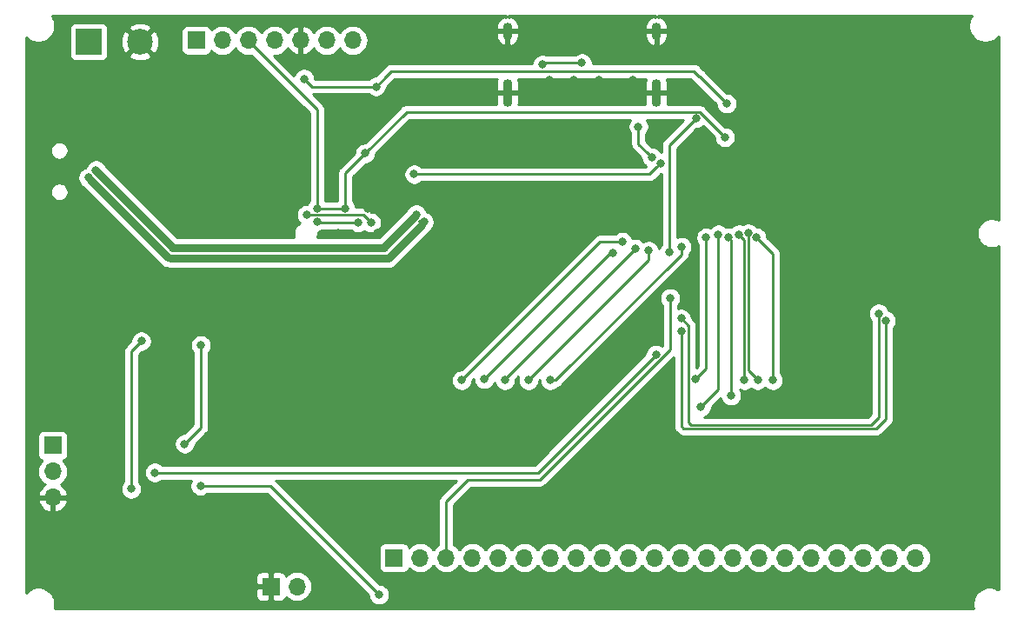
<source format=gbr>
G04 #@! TF.GenerationSoftware,KiCad,Pcbnew,5.1.2*
G04 #@! TF.CreationDate,2019-05-26T21:54:26-05:00*
G04 #@! TF.ProjectId,HackenTop-BreakoutTest,4861636b-656e-4546-9f70-2d427265616b,rev?*
G04 #@! TF.SameCoordinates,Original*
G04 #@! TF.FileFunction,Copper,L2,Bot*
G04 #@! TF.FilePolarity,Positive*
%FSLAX46Y46*%
G04 Gerber Fmt 4.6, Leading zero omitted, Abs format (unit mm)*
G04 Created by KiCad (PCBNEW 5.1.2) date 2019-05-26 21:54:26*
%MOMM*%
%LPD*%
G04 APERTURE LIST*
%ADD10O,1.700000X1.700000*%
%ADD11R,1.700000X1.700000*%
%ADD12O,0.900000X2.700000*%
%ADD13O,0.900000X1.700000*%
%ADD14R,2.500000X2.500000*%
%ADD15C,2.500000*%
%ADD16C,0.800000*%
%ADD17C,0.250000*%
%ADD18C,0.300000*%
%ADD19C,0.800000*%
%ADD20C,0.200000*%
%ADD21C,0.254000*%
G04 APERTURE END LIST*
D10*
X141540000Y-97700000D03*
D11*
X139000000Y-97700000D03*
D12*
X162050000Y-49600000D03*
X176550000Y-49600000D03*
D13*
X176550000Y-43600000D03*
X162050000Y-43600000D03*
D11*
X131750000Y-44500000D03*
D10*
X134290000Y-44500000D03*
X136830000Y-44500000D03*
X139370000Y-44500000D03*
X141910000Y-44500000D03*
X144450000Y-44500000D03*
X146990000Y-44500000D03*
D11*
X117750000Y-83960000D03*
D10*
X117750000Y-86500000D03*
X117750000Y-89040000D03*
D11*
X151000000Y-94900000D03*
D10*
X153540000Y-94900000D03*
X156080000Y-94900000D03*
X158620000Y-94900000D03*
X161160000Y-94900000D03*
X163700000Y-94900000D03*
X166240000Y-94900000D03*
X168780000Y-94900000D03*
X171320000Y-94900000D03*
X173860000Y-94900000D03*
X176400000Y-94900000D03*
X178940000Y-94900000D03*
X181480000Y-94900000D03*
X184020000Y-94900000D03*
X186560000Y-94900000D03*
X189100000Y-94900000D03*
X191640000Y-94900000D03*
X194180000Y-94900000D03*
X196720000Y-94900000D03*
X199260000Y-94900000D03*
X201800000Y-94900000D03*
D14*
X121250000Y-44650000D03*
D15*
X126250000Y-44650000D03*
D16*
X171000000Y-48400000D03*
X168500000Y-48400000D03*
X166100000Y-48400000D03*
X149400000Y-63300000D03*
X145600000Y-63300000D03*
X169400000Y-55600000D03*
X164200000Y-56100000D03*
X171700000Y-56100000D03*
X171000000Y-53600000D03*
X176800000Y-53200000D03*
X173300000Y-56100000D03*
X162900000Y-56100000D03*
X164200000Y-54700000D03*
X174300000Y-48400000D03*
X170000000Y-45000000D03*
X180000000Y-61800000D03*
X175000000Y-61200000D03*
X129470000Y-77920000D03*
X126310000Y-70200000D03*
X139280000Y-62720000D03*
X139280000Y-68160000D03*
X141960000Y-68140000D03*
X138690000Y-56440000D03*
X141640000Y-58850000D03*
X132300000Y-57440000D03*
X132350000Y-62700000D03*
X148420000Y-60880000D03*
X167000000Y-61500000D03*
X146250000Y-60874990D03*
X143500000Y-60874990D03*
X148200000Y-55500000D03*
X126400000Y-73800000D03*
X125400000Y-88200000D03*
X183220000Y-53940000D03*
X142500000Y-61500000D03*
X149250000Y-49000000D03*
X142250000Y-48250000D03*
X132200000Y-74200000D03*
X130600000Y-83800000D03*
X183390000Y-50670000D03*
X148760000Y-62250000D03*
X174800000Y-52900000D03*
X176090271Y-55884892D03*
X147475000Y-62250000D03*
X143500000Y-62125010D03*
X153176163Y-61450969D03*
X121971232Y-57128768D03*
X153918627Y-62193433D03*
X121228768Y-57871232D03*
X169300000Y-46700000D03*
X165455557Y-46874990D03*
X198200000Y-71100000D03*
X178974990Y-71600000D03*
X198900000Y-71800000D03*
X178974990Y-72800000D03*
X157600000Y-77600000D03*
X173223052Y-64123052D03*
X159800000Y-77500000D03*
X172300000Y-65200000D03*
X177900000Y-69600000D03*
X174500000Y-64800000D03*
X161800000Y-77600000D03*
X164100000Y-77600000D03*
X175800000Y-65000000D03*
X166200000Y-77600000D03*
X179000000Y-64600000D03*
X180400000Y-77500000D03*
X181400000Y-63700000D03*
X180900000Y-80200000D03*
X182600000Y-63400000D03*
X183825000Y-79100000D03*
X183600000Y-63700000D03*
X185125000Y-77600000D03*
X184600000Y-63400000D03*
X186425000Y-77600000D03*
X185500000Y-63300000D03*
X187900000Y-77600000D03*
X186304986Y-63702493D03*
X149550000Y-98500000D03*
X132150000Y-87900000D03*
X180410000Y-52110000D03*
X177800000Y-65140000D03*
X127700000Y-86600000D03*
X176508051Y-75108051D03*
X152960000Y-57550000D03*
X176950000Y-56464990D03*
D17*
X166100000Y-48400000D02*
X165000000Y-49500000D01*
X165000000Y-49500000D02*
X162100000Y-49500000D01*
X143500000Y-60874990D02*
X146250000Y-60874990D01*
X143500000Y-51250000D02*
X143500000Y-60309305D01*
X136750000Y-44500000D02*
X143500000Y-51250000D01*
X143500000Y-60309305D02*
X143500000Y-60874990D01*
X146250000Y-57450000D02*
X146250000Y-60874990D01*
X148200000Y-55500000D02*
X146250000Y-57450000D01*
X126400000Y-73800000D02*
X125400000Y-74800000D01*
X125400000Y-74800000D02*
X125400000Y-88200000D01*
X180764999Y-51484999D02*
X183220000Y-53940000D01*
X148200000Y-55500000D02*
X152215001Y-51484999D01*
X152215001Y-51484999D02*
X180764999Y-51484999D01*
X149250000Y-49000000D02*
X143000000Y-49000000D01*
X143000000Y-49000000D02*
X142250000Y-48250000D01*
X132200000Y-74200000D02*
X132200000Y-82200000D01*
X132200000Y-82200000D02*
X130600000Y-83800000D01*
X148010000Y-61500000D02*
X148360001Y-61850001D01*
X148360001Y-61850001D02*
X148760000Y-62250000D01*
X142500000Y-61500000D02*
X148010000Y-61500000D01*
X150225010Y-48024990D02*
X149250000Y-49000000D01*
X180200000Y-47500000D02*
X150750000Y-47500000D01*
X180744990Y-48024990D02*
X180724990Y-48024990D01*
X180724990Y-48024990D02*
X180200000Y-47500000D01*
X183390000Y-50670000D02*
X180744990Y-48024990D01*
X150750000Y-47500000D02*
X150225010Y-48024990D01*
X174800000Y-52900000D02*
X174800000Y-54594621D01*
X175690272Y-55484893D02*
X176090271Y-55884892D01*
X174800000Y-54594621D02*
X175690272Y-55484893D01*
X143624990Y-62250000D02*
X143500000Y-62125010D01*
X147475000Y-62250000D02*
X143624990Y-62250000D01*
D18*
X153176163Y-61450969D02*
X153176163Y-61875234D01*
D19*
X150076397Y-64700000D02*
X129393199Y-64700000D01*
D20*
X121971232Y-57553033D02*
X121971232Y-57128768D01*
D19*
X129393199Y-64621967D02*
X121971232Y-57200000D01*
X153100000Y-61600000D02*
X150000234Y-64699766D01*
D18*
X153918627Y-62193433D02*
X153494362Y-62193433D01*
D19*
X153700000Y-62500000D02*
X150468433Y-65731567D01*
X150262795Y-65700000D02*
X129206801Y-65700000D01*
X128953768Y-65653768D02*
X121400000Y-58100000D01*
D20*
X121653033Y-57871232D02*
X121228768Y-57871232D01*
D17*
X165630547Y-46700000D02*
X165455557Y-46874990D01*
X169300000Y-46700000D02*
X165630547Y-46700000D01*
X179949990Y-81949990D02*
X197450010Y-81949990D01*
X179700000Y-81700000D02*
X179949990Y-81949990D01*
X197450010Y-81949990D02*
X198200000Y-81200000D01*
X178974990Y-71600000D02*
X179700000Y-72325010D01*
X198200000Y-81200000D02*
X198200000Y-71100000D01*
X179700000Y-72325010D02*
X179700000Y-81700000D01*
X178974990Y-72800000D02*
X178974990Y-82074990D01*
X178974990Y-82074990D02*
X179200000Y-82300000D01*
X179200000Y-82300000D02*
X198000000Y-82300000D01*
X198900000Y-81400000D02*
X198900000Y-71800000D01*
X198000000Y-82300000D02*
X198900000Y-81400000D01*
X171076948Y-64123052D02*
X172657367Y-64123052D01*
X172657367Y-64123052D02*
X173223052Y-64123052D01*
X157600000Y-77600000D02*
X171076948Y-64123052D01*
X159800000Y-77500000D02*
X172100000Y-65200000D01*
X172100000Y-65200000D02*
X172300000Y-65200000D01*
X156080000Y-94900000D02*
X156080000Y-89420000D01*
X156080000Y-89420000D02*
X158200000Y-87300000D01*
X158200000Y-87300000D02*
X165200000Y-87300000D01*
X165200000Y-87300000D02*
X177900000Y-74600000D01*
X177900000Y-74600000D02*
X177900000Y-69600000D01*
X174500000Y-64800000D02*
X161800000Y-77500000D01*
X161800000Y-77500000D02*
X161800000Y-77600000D01*
X164100000Y-77600000D02*
X175800000Y-65900000D01*
X175800000Y-65900000D02*
X175800000Y-65000000D01*
X179000000Y-65365685D02*
X179000000Y-64600000D01*
X166200000Y-77600000D02*
X166765685Y-77600000D01*
X166765685Y-77600000D02*
X179000000Y-65365685D01*
X180400000Y-77500000D02*
X181400000Y-76500000D01*
X181400000Y-76500000D02*
X181400000Y-63700000D01*
X180900000Y-80200000D02*
X182600000Y-78500000D01*
X182600000Y-78500000D02*
X182600000Y-63400000D01*
X183825000Y-79100000D02*
X183825000Y-63925000D01*
X183825000Y-63925000D02*
X183600000Y-63700000D01*
X185125000Y-77600000D02*
X185125000Y-63925000D01*
X185125000Y-63925000D02*
X184600000Y-63400000D01*
X186425000Y-77600000D02*
X185500000Y-76675000D01*
X185500000Y-76675000D02*
X185500000Y-63300000D01*
X187900000Y-77600000D02*
X187900000Y-65297507D01*
X187900000Y-65297507D02*
X186304986Y-63702493D01*
X132715685Y-87900000D02*
X132150000Y-87900000D01*
X149550000Y-98500000D02*
X138950000Y-87900000D01*
X138950000Y-87900000D02*
X132715685Y-87900000D01*
X180410000Y-52110000D02*
X177800000Y-54720000D01*
X177800000Y-54720000D02*
X177800000Y-65140000D01*
X127700000Y-86600000D02*
X165016102Y-86600000D01*
X176108052Y-75508050D02*
X176508051Y-75108051D01*
X165016102Y-86600000D02*
X176108052Y-75508050D01*
X176550001Y-56864989D02*
X176950000Y-56464990D01*
X175864990Y-57550000D02*
X176550001Y-56864989D01*
X152960000Y-57550000D02*
X175864990Y-57550000D01*
D21*
G36*
X161922998Y-42282496D02*
G01*
X161755999Y-42155592D01*
X161552803Y-42227298D01*
X161372592Y-42342986D01*
X161218413Y-42491609D01*
X161096191Y-42667455D01*
X161010624Y-42863767D01*
X160965000Y-43073000D01*
X160965000Y-43473000D01*
X161923000Y-43473000D01*
X161923000Y-43453000D01*
X162177000Y-43453000D01*
X162177000Y-43473000D01*
X163135000Y-43473000D01*
X163135000Y-43073000D01*
X163089376Y-42863767D01*
X163003809Y-42667455D01*
X162881587Y-42491609D01*
X162727408Y-42342986D01*
X162547197Y-42227298D01*
X162344001Y-42155592D01*
X162177002Y-42282496D01*
X162177002Y-42127000D01*
X176422998Y-42127000D01*
X176422998Y-42282496D01*
X176255999Y-42155592D01*
X176052803Y-42227298D01*
X175872592Y-42342986D01*
X175718413Y-42491609D01*
X175596191Y-42667455D01*
X175510624Y-42863767D01*
X175465000Y-43073000D01*
X175465000Y-43473000D01*
X176423000Y-43473000D01*
X176423000Y-43453000D01*
X176677000Y-43453000D01*
X176677000Y-43473000D01*
X177635000Y-43473000D01*
X177635000Y-43073000D01*
X177589376Y-42863767D01*
X177503809Y-42667455D01*
X177381587Y-42491609D01*
X177227408Y-42342986D01*
X177047197Y-42227298D01*
X176844001Y-42155592D01*
X176677002Y-42282496D01*
X176677002Y-42127000D01*
X207283740Y-42127000D01*
X207151082Y-42325537D01*
X207027832Y-42623088D01*
X206965000Y-42938967D01*
X206965000Y-43261033D01*
X207027832Y-43576912D01*
X207151082Y-43874463D01*
X207330013Y-44142252D01*
X207557748Y-44369987D01*
X207825537Y-44548918D01*
X208123088Y-44672168D01*
X208438967Y-44735000D01*
X208761033Y-44735000D01*
X209076912Y-44672168D01*
X209374463Y-44548918D01*
X209642252Y-44369987D01*
X209869987Y-44142252D01*
X209873000Y-44137743D01*
X209873000Y-62025534D01*
X209618574Y-61920147D01*
X209341335Y-61865000D01*
X209058665Y-61865000D01*
X208781426Y-61920147D01*
X208520273Y-62028320D01*
X208285241Y-62185363D01*
X208085363Y-62385241D01*
X207928320Y-62620273D01*
X207820147Y-62881426D01*
X207765000Y-63158665D01*
X207765000Y-63441335D01*
X207820147Y-63718574D01*
X207928320Y-63979727D01*
X208085363Y-64214759D01*
X208285241Y-64414637D01*
X208520273Y-64571680D01*
X208781426Y-64679853D01*
X209058665Y-64735000D01*
X209341335Y-64735000D01*
X209618574Y-64679853D01*
X209873000Y-64574466D01*
X209873000Y-98016922D01*
X209774463Y-97951082D01*
X209476912Y-97827832D01*
X209161033Y-97765000D01*
X208838967Y-97765000D01*
X208523088Y-97827832D01*
X208225537Y-97951082D01*
X207957748Y-98130013D01*
X207730013Y-98357748D01*
X207551082Y-98625537D01*
X207427832Y-98923088D01*
X207365000Y-99238967D01*
X207365000Y-99561033D01*
X207427054Y-99873000D01*
X117922946Y-99873000D01*
X117985000Y-99561033D01*
X117985000Y-99238967D01*
X117922168Y-98923088D01*
X117798918Y-98625537D01*
X117748446Y-98550000D01*
X137511928Y-98550000D01*
X137524188Y-98674482D01*
X137560498Y-98794180D01*
X137619463Y-98904494D01*
X137698815Y-99001185D01*
X137795506Y-99080537D01*
X137905820Y-99139502D01*
X138025518Y-99175812D01*
X138150000Y-99188072D01*
X138714250Y-99185000D01*
X138873000Y-99026250D01*
X138873000Y-97827000D01*
X137673750Y-97827000D01*
X137515000Y-97985750D01*
X137511928Y-98550000D01*
X117748446Y-98550000D01*
X117619987Y-98357748D01*
X117392252Y-98130013D01*
X117124463Y-97951082D01*
X116826912Y-97827832D01*
X116511033Y-97765000D01*
X116188967Y-97765000D01*
X115873088Y-97827832D01*
X115575537Y-97951082D01*
X115307748Y-98130013D01*
X115127000Y-98310761D01*
X115127000Y-96850000D01*
X137511928Y-96850000D01*
X137515000Y-97414250D01*
X137673750Y-97573000D01*
X138873000Y-97573000D01*
X138873000Y-96373750D01*
X139127000Y-96373750D01*
X139127000Y-97573000D01*
X139147000Y-97573000D01*
X139147000Y-97827000D01*
X139127000Y-97827000D01*
X139127000Y-99026250D01*
X139285750Y-99185000D01*
X139850000Y-99188072D01*
X139974482Y-99175812D01*
X140094180Y-99139502D01*
X140204494Y-99080537D01*
X140301185Y-99001185D01*
X140380537Y-98904494D01*
X140439502Y-98794180D01*
X140460393Y-98725313D01*
X140484866Y-98755134D01*
X140710986Y-98940706D01*
X140968966Y-99078599D01*
X141248889Y-99163513D01*
X141467050Y-99185000D01*
X141612950Y-99185000D01*
X141831111Y-99163513D01*
X142111034Y-99078599D01*
X142369014Y-98940706D01*
X142595134Y-98755134D01*
X142780706Y-98529014D01*
X142918599Y-98271034D01*
X143003513Y-97991111D01*
X143032185Y-97700000D01*
X143003513Y-97408889D01*
X142918599Y-97128966D01*
X142780706Y-96870986D01*
X142595134Y-96644866D01*
X142369014Y-96459294D01*
X142111034Y-96321401D01*
X141831111Y-96236487D01*
X141612950Y-96215000D01*
X141467050Y-96215000D01*
X141248889Y-96236487D01*
X140968966Y-96321401D01*
X140710986Y-96459294D01*
X140484866Y-96644866D01*
X140460393Y-96674687D01*
X140439502Y-96605820D01*
X140380537Y-96495506D01*
X140301185Y-96398815D01*
X140204494Y-96319463D01*
X140094180Y-96260498D01*
X139974482Y-96224188D01*
X139850000Y-96211928D01*
X139285750Y-96215000D01*
X139127000Y-96373750D01*
X138873000Y-96373750D01*
X138714250Y-96215000D01*
X138150000Y-96211928D01*
X138025518Y-96224188D01*
X137905820Y-96260498D01*
X137795506Y-96319463D01*
X137698815Y-96398815D01*
X137619463Y-96495506D01*
X137560498Y-96605820D01*
X137524188Y-96725518D01*
X137511928Y-96850000D01*
X115127000Y-96850000D01*
X115127000Y-89396890D01*
X116308524Y-89396890D01*
X116353175Y-89544099D01*
X116478359Y-89806920D01*
X116652412Y-90040269D01*
X116868645Y-90235178D01*
X117118748Y-90384157D01*
X117393109Y-90481481D01*
X117623000Y-90360814D01*
X117623000Y-89167000D01*
X117877000Y-89167000D01*
X117877000Y-90360814D01*
X118106891Y-90481481D01*
X118381252Y-90384157D01*
X118631355Y-90235178D01*
X118847588Y-90040269D01*
X119021641Y-89806920D01*
X119146825Y-89544099D01*
X119191476Y-89396890D01*
X119070155Y-89167000D01*
X117877000Y-89167000D01*
X117623000Y-89167000D01*
X116429845Y-89167000D01*
X116308524Y-89396890D01*
X115127000Y-89396890D01*
X115127000Y-86500000D01*
X116257815Y-86500000D01*
X116286487Y-86791111D01*
X116371401Y-87071034D01*
X116509294Y-87329014D01*
X116694866Y-87555134D01*
X116920986Y-87740706D01*
X116985523Y-87775201D01*
X116868645Y-87844822D01*
X116652412Y-88039731D01*
X116478359Y-88273080D01*
X116353175Y-88535901D01*
X116308524Y-88683110D01*
X116429845Y-88913000D01*
X117623000Y-88913000D01*
X117623000Y-88893000D01*
X117877000Y-88893000D01*
X117877000Y-88913000D01*
X119070155Y-88913000D01*
X119191476Y-88683110D01*
X119146825Y-88535901D01*
X119021641Y-88273080D01*
X118891096Y-88098061D01*
X124365000Y-88098061D01*
X124365000Y-88301939D01*
X124404774Y-88501898D01*
X124482795Y-88690256D01*
X124596063Y-88859774D01*
X124740226Y-89003937D01*
X124909744Y-89117205D01*
X125098102Y-89195226D01*
X125298061Y-89235000D01*
X125501939Y-89235000D01*
X125701898Y-89195226D01*
X125890256Y-89117205D01*
X126059774Y-89003937D01*
X126203937Y-88859774D01*
X126317205Y-88690256D01*
X126395226Y-88501898D01*
X126435000Y-88301939D01*
X126435000Y-88098061D01*
X126395226Y-87898102D01*
X126317205Y-87709744D01*
X126203937Y-87540226D01*
X126160000Y-87496289D01*
X126160000Y-86498061D01*
X126665000Y-86498061D01*
X126665000Y-86701939D01*
X126704774Y-86901898D01*
X126782795Y-87090256D01*
X126896063Y-87259774D01*
X127040226Y-87403937D01*
X127209744Y-87517205D01*
X127398102Y-87595226D01*
X127598061Y-87635000D01*
X127801939Y-87635000D01*
X128001898Y-87595226D01*
X128190256Y-87517205D01*
X128359774Y-87403937D01*
X128403711Y-87360000D01*
X131266033Y-87360000D01*
X131232795Y-87409744D01*
X131154774Y-87598102D01*
X131115000Y-87798061D01*
X131115000Y-88001939D01*
X131154774Y-88201898D01*
X131232795Y-88390256D01*
X131346063Y-88559774D01*
X131490226Y-88703937D01*
X131659744Y-88817205D01*
X131848102Y-88895226D01*
X132048061Y-88935000D01*
X132251939Y-88935000D01*
X132451898Y-88895226D01*
X132640256Y-88817205D01*
X132809774Y-88703937D01*
X132853711Y-88660000D01*
X138635199Y-88660000D01*
X148515000Y-98539802D01*
X148515000Y-98601939D01*
X148554774Y-98801898D01*
X148632795Y-98990256D01*
X148746063Y-99159774D01*
X148890226Y-99303937D01*
X149059744Y-99417205D01*
X149248102Y-99495226D01*
X149448061Y-99535000D01*
X149651939Y-99535000D01*
X149851898Y-99495226D01*
X150040256Y-99417205D01*
X150209774Y-99303937D01*
X150353937Y-99159774D01*
X150467205Y-98990256D01*
X150545226Y-98801898D01*
X150585000Y-98601939D01*
X150585000Y-98398061D01*
X150545226Y-98198102D01*
X150467205Y-98009744D01*
X150353937Y-97840226D01*
X150209774Y-97696063D01*
X150040256Y-97582795D01*
X149851898Y-97504774D01*
X149651939Y-97465000D01*
X149589802Y-97465000D01*
X139513804Y-87389003D01*
X139490002Y-87360000D01*
X157065198Y-87360000D01*
X155568998Y-88856201D01*
X155540000Y-88879999D01*
X155516202Y-88908997D01*
X155516201Y-88908998D01*
X155445026Y-88995724D01*
X155374454Y-89127754D01*
X155330998Y-89271015D01*
X155316324Y-89420000D01*
X155320001Y-89457332D01*
X155320000Y-93622405D01*
X155250986Y-93659294D01*
X155024866Y-93844866D01*
X154839294Y-94070986D01*
X154810000Y-94125791D01*
X154780706Y-94070986D01*
X154595134Y-93844866D01*
X154369014Y-93659294D01*
X154111034Y-93521401D01*
X153831111Y-93436487D01*
X153612950Y-93415000D01*
X153467050Y-93415000D01*
X153248889Y-93436487D01*
X152968966Y-93521401D01*
X152710986Y-93659294D01*
X152484866Y-93844866D01*
X152460393Y-93874687D01*
X152439502Y-93805820D01*
X152380537Y-93695506D01*
X152301185Y-93598815D01*
X152204494Y-93519463D01*
X152094180Y-93460498D01*
X151974482Y-93424188D01*
X151850000Y-93411928D01*
X150150000Y-93411928D01*
X150025518Y-93424188D01*
X149905820Y-93460498D01*
X149795506Y-93519463D01*
X149698815Y-93598815D01*
X149619463Y-93695506D01*
X149560498Y-93805820D01*
X149524188Y-93925518D01*
X149511928Y-94050000D01*
X149511928Y-95750000D01*
X149524188Y-95874482D01*
X149560498Y-95994180D01*
X149619463Y-96104494D01*
X149698815Y-96201185D01*
X149795506Y-96280537D01*
X149905820Y-96339502D01*
X150025518Y-96375812D01*
X150150000Y-96388072D01*
X151850000Y-96388072D01*
X151974482Y-96375812D01*
X152094180Y-96339502D01*
X152204494Y-96280537D01*
X152301185Y-96201185D01*
X152380537Y-96104494D01*
X152439502Y-95994180D01*
X152460393Y-95925313D01*
X152484866Y-95955134D01*
X152710986Y-96140706D01*
X152968966Y-96278599D01*
X153248889Y-96363513D01*
X153467050Y-96385000D01*
X153612950Y-96385000D01*
X153831111Y-96363513D01*
X154111034Y-96278599D01*
X154369014Y-96140706D01*
X154595134Y-95955134D01*
X154780706Y-95729014D01*
X154810000Y-95674209D01*
X154839294Y-95729014D01*
X155024866Y-95955134D01*
X155250986Y-96140706D01*
X155508966Y-96278599D01*
X155788889Y-96363513D01*
X156007050Y-96385000D01*
X156152950Y-96385000D01*
X156371111Y-96363513D01*
X156651034Y-96278599D01*
X156909014Y-96140706D01*
X157135134Y-95955134D01*
X157320706Y-95729014D01*
X157350000Y-95674209D01*
X157379294Y-95729014D01*
X157564866Y-95955134D01*
X157790986Y-96140706D01*
X158048966Y-96278599D01*
X158328889Y-96363513D01*
X158547050Y-96385000D01*
X158692950Y-96385000D01*
X158911111Y-96363513D01*
X159191034Y-96278599D01*
X159449014Y-96140706D01*
X159675134Y-95955134D01*
X159860706Y-95729014D01*
X159890000Y-95674209D01*
X159919294Y-95729014D01*
X160104866Y-95955134D01*
X160330986Y-96140706D01*
X160588966Y-96278599D01*
X160868889Y-96363513D01*
X161087050Y-96385000D01*
X161232950Y-96385000D01*
X161451111Y-96363513D01*
X161731034Y-96278599D01*
X161989014Y-96140706D01*
X162215134Y-95955134D01*
X162400706Y-95729014D01*
X162430000Y-95674209D01*
X162459294Y-95729014D01*
X162644866Y-95955134D01*
X162870986Y-96140706D01*
X163128966Y-96278599D01*
X163408889Y-96363513D01*
X163627050Y-96385000D01*
X163772950Y-96385000D01*
X163991111Y-96363513D01*
X164271034Y-96278599D01*
X164529014Y-96140706D01*
X164755134Y-95955134D01*
X164940706Y-95729014D01*
X164970000Y-95674209D01*
X164999294Y-95729014D01*
X165184866Y-95955134D01*
X165410986Y-96140706D01*
X165668966Y-96278599D01*
X165948889Y-96363513D01*
X166167050Y-96385000D01*
X166312950Y-96385000D01*
X166531111Y-96363513D01*
X166811034Y-96278599D01*
X167069014Y-96140706D01*
X167295134Y-95955134D01*
X167480706Y-95729014D01*
X167510000Y-95674209D01*
X167539294Y-95729014D01*
X167724866Y-95955134D01*
X167950986Y-96140706D01*
X168208966Y-96278599D01*
X168488889Y-96363513D01*
X168707050Y-96385000D01*
X168852950Y-96385000D01*
X169071111Y-96363513D01*
X169351034Y-96278599D01*
X169609014Y-96140706D01*
X169835134Y-95955134D01*
X170020706Y-95729014D01*
X170050000Y-95674209D01*
X170079294Y-95729014D01*
X170264866Y-95955134D01*
X170490986Y-96140706D01*
X170748966Y-96278599D01*
X171028889Y-96363513D01*
X171247050Y-96385000D01*
X171392950Y-96385000D01*
X171611111Y-96363513D01*
X171891034Y-96278599D01*
X172149014Y-96140706D01*
X172375134Y-95955134D01*
X172560706Y-95729014D01*
X172590000Y-95674209D01*
X172619294Y-95729014D01*
X172804866Y-95955134D01*
X173030986Y-96140706D01*
X173288966Y-96278599D01*
X173568889Y-96363513D01*
X173787050Y-96385000D01*
X173932950Y-96385000D01*
X174151111Y-96363513D01*
X174431034Y-96278599D01*
X174689014Y-96140706D01*
X174915134Y-95955134D01*
X175100706Y-95729014D01*
X175130000Y-95674209D01*
X175159294Y-95729014D01*
X175344866Y-95955134D01*
X175570986Y-96140706D01*
X175828966Y-96278599D01*
X176108889Y-96363513D01*
X176327050Y-96385000D01*
X176472950Y-96385000D01*
X176691111Y-96363513D01*
X176971034Y-96278599D01*
X177229014Y-96140706D01*
X177455134Y-95955134D01*
X177640706Y-95729014D01*
X177670000Y-95674209D01*
X177699294Y-95729014D01*
X177884866Y-95955134D01*
X178110986Y-96140706D01*
X178368966Y-96278599D01*
X178648889Y-96363513D01*
X178867050Y-96385000D01*
X179012950Y-96385000D01*
X179231111Y-96363513D01*
X179511034Y-96278599D01*
X179769014Y-96140706D01*
X179995134Y-95955134D01*
X180180706Y-95729014D01*
X180210000Y-95674209D01*
X180239294Y-95729014D01*
X180424866Y-95955134D01*
X180650986Y-96140706D01*
X180908966Y-96278599D01*
X181188889Y-96363513D01*
X181407050Y-96385000D01*
X181552950Y-96385000D01*
X181771111Y-96363513D01*
X182051034Y-96278599D01*
X182309014Y-96140706D01*
X182535134Y-95955134D01*
X182720706Y-95729014D01*
X182750000Y-95674209D01*
X182779294Y-95729014D01*
X182964866Y-95955134D01*
X183190986Y-96140706D01*
X183448966Y-96278599D01*
X183728889Y-96363513D01*
X183947050Y-96385000D01*
X184092950Y-96385000D01*
X184311111Y-96363513D01*
X184591034Y-96278599D01*
X184849014Y-96140706D01*
X185075134Y-95955134D01*
X185260706Y-95729014D01*
X185290000Y-95674209D01*
X185319294Y-95729014D01*
X185504866Y-95955134D01*
X185730986Y-96140706D01*
X185988966Y-96278599D01*
X186268889Y-96363513D01*
X186487050Y-96385000D01*
X186632950Y-96385000D01*
X186851111Y-96363513D01*
X187131034Y-96278599D01*
X187389014Y-96140706D01*
X187615134Y-95955134D01*
X187800706Y-95729014D01*
X187830000Y-95674209D01*
X187859294Y-95729014D01*
X188044866Y-95955134D01*
X188270986Y-96140706D01*
X188528966Y-96278599D01*
X188808889Y-96363513D01*
X189027050Y-96385000D01*
X189172950Y-96385000D01*
X189391111Y-96363513D01*
X189671034Y-96278599D01*
X189929014Y-96140706D01*
X190155134Y-95955134D01*
X190340706Y-95729014D01*
X190370000Y-95674209D01*
X190399294Y-95729014D01*
X190584866Y-95955134D01*
X190810986Y-96140706D01*
X191068966Y-96278599D01*
X191348889Y-96363513D01*
X191567050Y-96385000D01*
X191712950Y-96385000D01*
X191931111Y-96363513D01*
X192211034Y-96278599D01*
X192469014Y-96140706D01*
X192695134Y-95955134D01*
X192880706Y-95729014D01*
X192910000Y-95674209D01*
X192939294Y-95729014D01*
X193124866Y-95955134D01*
X193350986Y-96140706D01*
X193608966Y-96278599D01*
X193888889Y-96363513D01*
X194107050Y-96385000D01*
X194252950Y-96385000D01*
X194471111Y-96363513D01*
X194751034Y-96278599D01*
X195009014Y-96140706D01*
X195235134Y-95955134D01*
X195420706Y-95729014D01*
X195450000Y-95674209D01*
X195479294Y-95729014D01*
X195664866Y-95955134D01*
X195890986Y-96140706D01*
X196148966Y-96278599D01*
X196428889Y-96363513D01*
X196647050Y-96385000D01*
X196792950Y-96385000D01*
X197011111Y-96363513D01*
X197291034Y-96278599D01*
X197549014Y-96140706D01*
X197775134Y-95955134D01*
X197960706Y-95729014D01*
X197990000Y-95674209D01*
X198019294Y-95729014D01*
X198204866Y-95955134D01*
X198430986Y-96140706D01*
X198688966Y-96278599D01*
X198968889Y-96363513D01*
X199187050Y-96385000D01*
X199332950Y-96385000D01*
X199551111Y-96363513D01*
X199831034Y-96278599D01*
X200089014Y-96140706D01*
X200315134Y-95955134D01*
X200500706Y-95729014D01*
X200530000Y-95674209D01*
X200559294Y-95729014D01*
X200744866Y-95955134D01*
X200970986Y-96140706D01*
X201228966Y-96278599D01*
X201508889Y-96363513D01*
X201727050Y-96385000D01*
X201872950Y-96385000D01*
X202091111Y-96363513D01*
X202371034Y-96278599D01*
X202629014Y-96140706D01*
X202855134Y-95955134D01*
X203040706Y-95729014D01*
X203178599Y-95471034D01*
X203263513Y-95191111D01*
X203292185Y-94900000D01*
X203263513Y-94608889D01*
X203178599Y-94328966D01*
X203040706Y-94070986D01*
X202855134Y-93844866D01*
X202629014Y-93659294D01*
X202371034Y-93521401D01*
X202091111Y-93436487D01*
X201872950Y-93415000D01*
X201727050Y-93415000D01*
X201508889Y-93436487D01*
X201228966Y-93521401D01*
X200970986Y-93659294D01*
X200744866Y-93844866D01*
X200559294Y-94070986D01*
X200530000Y-94125791D01*
X200500706Y-94070986D01*
X200315134Y-93844866D01*
X200089014Y-93659294D01*
X199831034Y-93521401D01*
X199551111Y-93436487D01*
X199332950Y-93415000D01*
X199187050Y-93415000D01*
X198968889Y-93436487D01*
X198688966Y-93521401D01*
X198430986Y-93659294D01*
X198204866Y-93844866D01*
X198019294Y-94070986D01*
X197990000Y-94125791D01*
X197960706Y-94070986D01*
X197775134Y-93844866D01*
X197549014Y-93659294D01*
X197291034Y-93521401D01*
X197011111Y-93436487D01*
X196792950Y-93415000D01*
X196647050Y-93415000D01*
X196428889Y-93436487D01*
X196148966Y-93521401D01*
X195890986Y-93659294D01*
X195664866Y-93844866D01*
X195479294Y-94070986D01*
X195450000Y-94125791D01*
X195420706Y-94070986D01*
X195235134Y-93844866D01*
X195009014Y-93659294D01*
X194751034Y-93521401D01*
X194471111Y-93436487D01*
X194252950Y-93415000D01*
X194107050Y-93415000D01*
X193888889Y-93436487D01*
X193608966Y-93521401D01*
X193350986Y-93659294D01*
X193124866Y-93844866D01*
X192939294Y-94070986D01*
X192910000Y-94125791D01*
X192880706Y-94070986D01*
X192695134Y-93844866D01*
X192469014Y-93659294D01*
X192211034Y-93521401D01*
X191931111Y-93436487D01*
X191712950Y-93415000D01*
X191567050Y-93415000D01*
X191348889Y-93436487D01*
X191068966Y-93521401D01*
X190810986Y-93659294D01*
X190584866Y-93844866D01*
X190399294Y-94070986D01*
X190370000Y-94125791D01*
X190340706Y-94070986D01*
X190155134Y-93844866D01*
X189929014Y-93659294D01*
X189671034Y-93521401D01*
X189391111Y-93436487D01*
X189172950Y-93415000D01*
X189027050Y-93415000D01*
X188808889Y-93436487D01*
X188528966Y-93521401D01*
X188270986Y-93659294D01*
X188044866Y-93844866D01*
X187859294Y-94070986D01*
X187830000Y-94125791D01*
X187800706Y-94070986D01*
X187615134Y-93844866D01*
X187389014Y-93659294D01*
X187131034Y-93521401D01*
X186851111Y-93436487D01*
X186632950Y-93415000D01*
X186487050Y-93415000D01*
X186268889Y-93436487D01*
X185988966Y-93521401D01*
X185730986Y-93659294D01*
X185504866Y-93844866D01*
X185319294Y-94070986D01*
X185290000Y-94125791D01*
X185260706Y-94070986D01*
X185075134Y-93844866D01*
X184849014Y-93659294D01*
X184591034Y-93521401D01*
X184311111Y-93436487D01*
X184092950Y-93415000D01*
X183947050Y-93415000D01*
X183728889Y-93436487D01*
X183448966Y-93521401D01*
X183190986Y-93659294D01*
X182964866Y-93844866D01*
X182779294Y-94070986D01*
X182750000Y-94125791D01*
X182720706Y-94070986D01*
X182535134Y-93844866D01*
X182309014Y-93659294D01*
X182051034Y-93521401D01*
X181771111Y-93436487D01*
X181552950Y-93415000D01*
X181407050Y-93415000D01*
X181188889Y-93436487D01*
X180908966Y-93521401D01*
X180650986Y-93659294D01*
X180424866Y-93844866D01*
X180239294Y-94070986D01*
X180210000Y-94125791D01*
X180180706Y-94070986D01*
X179995134Y-93844866D01*
X179769014Y-93659294D01*
X179511034Y-93521401D01*
X179231111Y-93436487D01*
X179012950Y-93415000D01*
X178867050Y-93415000D01*
X178648889Y-93436487D01*
X178368966Y-93521401D01*
X178110986Y-93659294D01*
X177884866Y-93844866D01*
X177699294Y-94070986D01*
X177670000Y-94125791D01*
X177640706Y-94070986D01*
X177455134Y-93844866D01*
X177229014Y-93659294D01*
X176971034Y-93521401D01*
X176691111Y-93436487D01*
X176472950Y-93415000D01*
X176327050Y-93415000D01*
X176108889Y-93436487D01*
X175828966Y-93521401D01*
X175570986Y-93659294D01*
X175344866Y-93844866D01*
X175159294Y-94070986D01*
X175130000Y-94125791D01*
X175100706Y-94070986D01*
X174915134Y-93844866D01*
X174689014Y-93659294D01*
X174431034Y-93521401D01*
X174151111Y-93436487D01*
X173932950Y-93415000D01*
X173787050Y-93415000D01*
X173568889Y-93436487D01*
X173288966Y-93521401D01*
X173030986Y-93659294D01*
X172804866Y-93844866D01*
X172619294Y-94070986D01*
X172590000Y-94125791D01*
X172560706Y-94070986D01*
X172375134Y-93844866D01*
X172149014Y-93659294D01*
X171891034Y-93521401D01*
X171611111Y-93436487D01*
X171392950Y-93415000D01*
X171247050Y-93415000D01*
X171028889Y-93436487D01*
X170748966Y-93521401D01*
X170490986Y-93659294D01*
X170264866Y-93844866D01*
X170079294Y-94070986D01*
X170050000Y-94125791D01*
X170020706Y-94070986D01*
X169835134Y-93844866D01*
X169609014Y-93659294D01*
X169351034Y-93521401D01*
X169071111Y-93436487D01*
X168852950Y-93415000D01*
X168707050Y-93415000D01*
X168488889Y-93436487D01*
X168208966Y-93521401D01*
X167950986Y-93659294D01*
X167724866Y-93844866D01*
X167539294Y-94070986D01*
X167510000Y-94125791D01*
X167480706Y-94070986D01*
X167295134Y-93844866D01*
X167069014Y-93659294D01*
X166811034Y-93521401D01*
X166531111Y-93436487D01*
X166312950Y-93415000D01*
X166167050Y-93415000D01*
X165948889Y-93436487D01*
X165668966Y-93521401D01*
X165410986Y-93659294D01*
X165184866Y-93844866D01*
X164999294Y-94070986D01*
X164970000Y-94125791D01*
X164940706Y-94070986D01*
X164755134Y-93844866D01*
X164529014Y-93659294D01*
X164271034Y-93521401D01*
X163991111Y-93436487D01*
X163772950Y-93415000D01*
X163627050Y-93415000D01*
X163408889Y-93436487D01*
X163128966Y-93521401D01*
X162870986Y-93659294D01*
X162644866Y-93844866D01*
X162459294Y-94070986D01*
X162430000Y-94125791D01*
X162400706Y-94070986D01*
X162215134Y-93844866D01*
X161989014Y-93659294D01*
X161731034Y-93521401D01*
X161451111Y-93436487D01*
X161232950Y-93415000D01*
X161087050Y-93415000D01*
X160868889Y-93436487D01*
X160588966Y-93521401D01*
X160330986Y-93659294D01*
X160104866Y-93844866D01*
X159919294Y-94070986D01*
X159890000Y-94125791D01*
X159860706Y-94070986D01*
X159675134Y-93844866D01*
X159449014Y-93659294D01*
X159191034Y-93521401D01*
X158911111Y-93436487D01*
X158692950Y-93415000D01*
X158547050Y-93415000D01*
X158328889Y-93436487D01*
X158048966Y-93521401D01*
X157790986Y-93659294D01*
X157564866Y-93844866D01*
X157379294Y-94070986D01*
X157350000Y-94125791D01*
X157320706Y-94070986D01*
X157135134Y-93844866D01*
X156909014Y-93659294D01*
X156840000Y-93622405D01*
X156840000Y-89734801D01*
X158514802Y-88060000D01*
X165162678Y-88060000D01*
X165200000Y-88063676D01*
X165237322Y-88060000D01*
X165237333Y-88060000D01*
X165348986Y-88049003D01*
X165492247Y-88005546D01*
X165624276Y-87934974D01*
X165740001Y-87840001D01*
X165763804Y-87810997D01*
X178214990Y-75359812D01*
X178214991Y-82037658D01*
X178211314Y-82074990D01*
X178225988Y-82223975D01*
X178269444Y-82367236D01*
X178340016Y-82499266D01*
X178405833Y-82579463D01*
X178434990Y-82614991D01*
X178463988Y-82638789D01*
X178636196Y-82810997D01*
X178659999Y-82840001D01*
X178775724Y-82934974D01*
X178907753Y-83005546D01*
X179051014Y-83049003D01*
X179162667Y-83060000D01*
X179162676Y-83060000D01*
X179199999Y-83063676D01*
X179237322Y-83060000D01*
X197962678Y-83060000D01*
X198000000Y-83063676D01*
X198037322Y-83060000D01*
X198037333Y-83060000D01*
X198148986Y-83049003D01*
X198292247Y-83005546D01*
X198424276Y-82934974D01*
X198540001Y-82840001D01*
X198563803Y-82810998D01*
X199411004Y-81963798D01*
X199440001Y-81940001D01*
X199534974Y-81824276D01*
X199605546Y-81692247D01*
X199649003Y-81548986D01*
X199660000Y-81437333D01*
X199660000Y-81437324D01*
X199663676Y-81400001D01*
X199660000Y-81362678D01*
X199660000Y-72503711D01*
X199703937Y-72459774D01*
X199817205Y-72290256D01*
X199895226Y-72101898D01*
X199935000Y-71901939D01*
X199935000Y-71698061D01*
X199895226Y-71498102D01*
X199817205Y-71309744D01*
X199703937Y-71140226D01*
X199559774Y-70996063D01*
X199390256Y-70882795D01*
X199201898Y-70804774D01*
X199196333Y-70803667D01*
X199195226Y-70798102D01*
X199117205Y-70609744D01*
X199003937Y-70440226D01*
X198859774Y-70296063D01*
X198690256Y-70182795D01*
X198501898Y-70104774D01*
X198301939Y-70065000D01*
X198098061Y-70065000D01*
X197898102Y-70104774D01*
X197709744Y-70182795D01*
X197540226Y-70296063D01*
X197396063Y-70440226D01*
X197282795Y-70609744D01*
X197204774Y-70798102D01*
X197165000Y-70998061D01*
X197165000Y-71201939D01*
X197204774Y-71401898D01*
X197282795Y-71590256D01*
X197396063Y-71759774D01*
X197440001Y-71803712D01*
X197440000Y-80885198D01*
X197135209Y-81189990D01*
X181214539Y-81189990D01*
X181390256Y-81117205D01*
X181559774Y-81003937D01*
X181703937Y-80859774D01*
X181817205Y-80690256D01*
X181895226Y-80501898D01*
X181935000Y-80301939D01*
X181935000Y-80239801D01*
X182820339Y-79354463D01*
X182829774Y-79401898D01*
X182907795Y-79590256D01*
X183021063Y-79759774D01*
X183165226Y-79903937D01*
X183334744Y-80017205D01*
X183523102Y-80095226D01*
X183723061Y-80135000D01*
X183926939Y-80135000D01*
X184126898Y-80095226D01*
X184315256Y-80017205D01*
X184484774Y-79903937D01*
X184628937Y-79759774D01*
X184742205Y-79590256D01*
X184820226Y-79401898D01*
X184860000Y-79201939D01*
X184860000Y-78998061D01*
X184820226Y-78798102D01*
X184742205Y-78609744D01*
X184697834Y-78543338D01*
X184823102Y-78595226D01*
X185023061Y-78635000D01*
X185226939Y-78635000D01*
X185426898Y-78595226D01*
X185615256Y-78517205D01*
X185775000Y-78410468D01*
X185934744Y-78517205D01*
X186123102Y-78595226D01*
X186323061Y-78635000D01*
X186526939Y-78635000D01*
X186726898Y-78595226D01*
X186915256Y-78517205D01*
X187084774Y-78403937D01*
X187162500Y-78326211D01*
X187240226Y-78403937D01*
X187409744Y-78517205D01*
X187598102Y-78595226D01*
X187798061Y-78635000D01*
X188001939Y-78635000D01*
X188201898Y-78595226D01*
X188390256Y-78517205D01*
X188559774Y-78403937D01*
X188703937Y-78259774D01*
X188817205Y-78090256D01*
X188895226Y-77901898D01*
X188935000Y-77701939D01*
X188935000Y-77498061D01*
X188895226Y-77298102D01*
X188817205Y-77109744D01*
X188703937Y-76940226D01*
X188660000Y-76896289D01*
X188660000Y-65334829D01*
X188663676Y-65297506D01*
X188660000Y-65260183D01*
X188660000Y-65260174D01*
X188649003Y-65148521D01*
X188605546Y-65005260D01*
X188534974Y-64873231D01*
X188516741Y-64851014D01*
X188463799Y-64786503D01*
X188463795Y-64786499D01*
X188440001Y-64757506D01*
X188411008Y-64733712D01*
X187339986Y-63662691D01*
X187339986Y-63600554D01*
X187300212Y-63400595D01*
X187222191Y-63212237D01*
X187108923Y-63042719D01*
X186964760Y-62898556D01*
X186795242Y-62785288D01*
X186606884Y-62707267D01*
X186406925Y-62667493D01*
X186322156Y-62667493D01*
X186303937Y-62640226D01*
X186159774Y-62496063D01*
X185990256Y-62382795D01*
X185801898Y-62304774D01*
X185601939Y-62265000D01*
X185398061Y-62265000D01*
X185198102Y-62304774D01*
X185009744Y-62382795D01*
X184948167Y-62423939D01*
X184901898Y-62404774D01*
X184701939Y-62365000D01*
X184498061Y-62365000D01*
X184298102Y-62404774D01*
X184109744Y-62482795D01*
X183940226Y-62596063D01*
X183843192Y-62693097D01*
X183701939Y-62665000D01*
X183498061Y-62665000D01*
X183356808Y-62693097D01*
X183259774Y-62596063D01*
X183090256Y-62482795D01*
X182901898Y-62404774D01*
X182701939Y-62365000D01*
X182498061Y-62365000D01*
X182298102Y-62404774D01*
X182109744Y-62482795D01*
X181940226Y-62596063D01*
X181796063Y-62740226D01*
X181794204Y-62743009D01*
X181701898Y-62704774D01*
X181501939Y-62665000D01*
X181298061Y-62665000D01*
X181098102Y-62704774D01*
X180909744Y-62782795D01*
X180740226Y-62896063D01*
X180596063Y-63040226D01*
X180482795Y-63209744D01*
X180404774Y-63398102D01*
X180365000Y-63598061D01*
X180365000Y-63801939D01*
X180404774Y-64001898D01*
X180482795Y-64190256D01*
X180596063Y-64359774D01*
X180640001Y-64403712D01*
X180640000Y-76185198D01*
X180460000Y-76365198D01*
X180460000Y-72362333D01*
X180463676Y-72325010D01*
X180460000Y-72287687D01*
X180460000Y-72287677D01*
X180449003Y-72176024D01*
X180405546Y-72032763D01*
X180385929Y-71996063D01*
X180334974Y-71900733D01*
X180263799Y-71814007D01*
X180240001Y-71785009D01*
X180211004Y-71761212D01*
X180009990Y-71560198D01*
X180009990Y-71498061D01*
X179970216Y-71298102D01*
X179892195Y-71109744D01*
X179778927Y-70940226D01*
X179634764Y-70796063D01*
X179465246Y-70682795D01*
X179276888Y-70604774D01*
X179076929Y-70565000D01*
X178873051Y-70565000D01*
X178673092Y-70604774D01*
X178660000Y-70610197D01*
X178660000Y-70303711D01*
X178703937Y-70259774D01*
X178817205Y-70090256D01*
X178895226Y-69901898D01*
X178935000Y-69701939D01*
X178935000Y-69498061D01*
X178895226Y-69298102D01*
X178817205Y-69109744D01*
X178703937Y-68940226D01*
X178559774Y-68796063D01*
X178390256Y-68682795D01*
X178201898Y-68604774D01*
X178001939Y-68565000D01*
X177798061Y-68565000D01*
X177598102Y-68604774D01*
X177409744Y-68682795D01*
X177240226Y-68796063D01*
X177096063Y-68940226D01*
X176982795Y-69109744D01*
X176904774Y-69298102D01*
X176865000Y-69498061D01*
X176865000Y-69701939D01*
X176904774Y-69901898D01*
X176982795Y-70090256D01*
X177096063Y-70259774D01*
X177140001Y-70303712D01*
X177140000Y-74285198D01*
X177139806Y-74285392D01*
X176998307Y-74190846D01*
X176809949Y-74112825D01*
X176609990Y-74073051D01*
X176406112Y-74073051D01*
X176206153Y-74112825D01*
X176017795Y-74190846D01*
X175848277Y-74304114D01*
X175704114Y-74448277D01*
X175590846Y-74617795D01*
X175512825Y-74806153D01*
X175473051Y-75006112D01*
X175473051Y-75068249D01*
X164701301Y-85840000D01*
X128403711Y-85840000D01*
X128359774Y-85796063D01*
X128190256Y-85682795D01*
X128001898Y-85604774D01*
X127801939Y-85565000D01*
X127598061Y-85565000D01*
X127398102Y-85604774D01*
X127209744Y-85682795D01*
X127040226Y-85796063D01*
X126896063Y-85940226D01*
X126782795Y-86109744D01*
X126704774Y-86298102D01*
X126665000Y-86498061D01*
X126160000Y-86498061D01*
X126160000Y-83698061D01*
X129565000Y-83698061D01*
X129565000Y-83901939D01*
X129604774Y-84101898D01*
X129682795Y-84290256D01*
X129796063Y-84459774D01*
X129940226Y-84603937D01*
X130109744Y-84717205D01*
X130298102Y-84795226D01*
X130498061Y-84835000D01*
X130701939Y-84835000D01*
X130901898Y-84795226D01*
X131090256Y-84717205D01*
X131259774Y-84603937D01*
X131403937Y-84459774D01*
X131517205Y-84290256D01*
X131595226Y-84101898D01*
X131635000Y-83901939D01*
X131635000Y-83839801D01*
X132711003Y-82763799D01*
X132740001Y-82740001D01*
X132834974Y-82624276D01*
X132905546Y-82492247D01*
X132949003Y-82348986D01*
X132960000Y-82237333D01*
X132960000Y-82237325D01*
X132963676Y-82200000D01*
X132960000Y-82162675D01*
X132960000Y-74903711D01*
X133003937Y-74859774D01*
X133117205Y-74690256D01*
X133195226Y-74501898D01*
X133235000Y-74301939D01*
X133235000Y-74098061D01*
X133195226Y-73898102D01*
X133117205Y-73709744D01*
X133003937Y-73540226D01*
X132859774Y-73396063D01*
X132690256Y-73282795D01*
X132501898Y-73204774D01*
X132301939Y-73165000D01*
X132098061Y-73165000D01*
X131898102Y-73204774D01*
X131709744Y-73282795D01*
X131540226Y-73396063D01*
X131396063Y-73540226D01*
X131282795Y-73709744D01*
X131204774Y-73898102D01*
X131165000Y-74098061D01*
X131165000Y-74301939D01*
X131204774Y-74501898D01*
X131282795Y-74690256D01*
X131396063Y-74859774D01*
X131440000Y-74903711D01*
X131440001Y-81885197D01*
X130560199Y-82765000D01*
X130498061Y-82765000D01*
X130298102Y-82804774D01*
X130109744Y-82882795D01*
X129940226Y-82996063D01*
X129796063Y-83140226D01*
X129682795Y-83309744D01*
X129604774Y-83498102D01*
X129565000Y-83698061D01*
X126160000Y-83698061D01*
X126160000Y-75114801D01*
X126439802Y-74835000D01*
X126501939Y-74835000D01*
X126701898Y-74795226D01*
X126890256Y-74717205D01*
X127059774Y-74603937D01*
X127203937Y-74459774D01*
X127317205Y-74290256D01*
X127395226Y-74101898D01*
X127435000Y-73901939D01*
X127435000Y-73698061D01*
X127395226Y-73498102D01*
X127317205Y-73309744D01*
X127203937Y-73140226D01*
X127059774Y-72996063D01*
X126890256Y-72882795D01*
X126701898Y-72804774D01*
X126501939Y-72765000D01*
X126298061Y-72765000D01*
X126098102Y-72804774D01*
X125909744Y-72882795D01*
X125740226Y-72996063D01*
X125596063Y-73140226D01*
X125482795Y-73309744D01*
X125404774Y-73498102D01*
X125365000Y-73698061D01*
X125365000Y-73760198D01*
X124889002Y-74236196D01*
X124859999Y-74259999D01*
X124804871Y-74327174D01*
X124765026Y-74375724D01*
X124697584Y-74501898D01*
X124694454Y-74507754D01*
X124650997Y-74651015D01*
X124640000Y-74762668D01*
X124640000Y-74762678D01*
X124636324Y-74800000D01*
X124640000Y-74837322D01*
X124640001Y-87496288D01*
X124596063Y-87540226D01*
X124482795Y-87709744D01*
X124404774Y-87898102D01*
X124365000Y-88098061D01*
X118891096Y-88098061D01*
X118847588Y-88039731D01*
X118631355Y-87844822D01*
X118514477Y-87775201D01*
X118579014Y-87740706D01*
X118805134Y-87555134D01*
X118990706Y-87329014D01*
X119128599Y-87071034D01*
X119213513Y-86791111D01*
X119242185Y-86500000D01*
X119213513Y-86208889D01*
X119128599Y-85928966D01*
X118990706Y-85670986D01*
X118805134Y-85444866D01*
X118775313Y-85420393D01*
X118844180Y-85399502D01*
X118954494Y-85340537D01*
X119051185Y-85261185D01*
X119130537Y-85164494D01*
X119189502Y-85054180D01*
X119225812Y-84934482D01*
X119238072Y-84810000D01*
X119238072Y-83110000D01*
X119225812Y-82985518D01*
X119189502Y-82865820D01*
X119130537Y-82755506D01*
X119051185Y-82658815D01*
X118954494Y-82579463D01*
X118844180Y-82520498D01*
X118724482Y-82484188D01*
X118600000Y-82471928D01*
X116900000Y-82471928D01*
X116775518Y-82484188D01*
X116655820Y-82520498D01*
X116545506Y-82579463D01*
X116448815Y-82658815D01*
X116369463Y-82755506D01*
X116310498Y-82865820D01*
X116274188Y-82985518D01*
X116261928Y-83110000D01*
X116261928Y-84810000D01*
X116274188Y-84934482D01*
X116310498Y-85054180D01*
X116369463Y-85164494D01*
X116448815Y-85261185D01*
X116545506Y-85340537D01*
X116655820Y-85399502D01*
X116724687Y-85420393D01*
X116694866Y-85444866D01*
X116509294Y-85670986D01*
X116371401Y-85928966D01*
X116286487Y-86208889D01*
X116257815Y-86500000D01*
X115127000Y-86500000D01*
X115127000Y-59162835D01*
X117515000Y-59162835D01*
X117515000Y-59337165D01*
X117549010Y-59508145D01*
X117615723Y-59669205D01*
X117712576Y-59814155D01*
X117835845Y-59937424D01*
X117980795Y-60034277D01*
X118141855Y-60100990D01*
X118312835Y-60135000D01*
X118487165Y-60135000D01*
X118658145Y-60100990D01*
X118819205Y-60034277D01*
X118964155Y-59937424D01*
X119087424Y-59814155D01*
X119184277Y-59669205D01*
X119250990Y-59508145D01*
X119285000Y-59337165D01*
X119285000Y-59162835D01*
X119250990Y-58991855D01*
X119184277Y-58830795D01*
X119087424Y-58685845D01*
X118964155Y-58562576D01*
X118819205Y-58465723D01*
X118658145Y-58399010D01*
X118487165Y-58365000D01*
X118312835Y-58365000D01*
X118141855Y-58399010D01*
X117980795Y-58465723D01*
X117835845Y-58562576D01*
X117712576Y-58685845D01*
X117615723Y-58830795D01*
X117549010Y-58991855D01*
X117515000Y-59162835D01*
X115127000Y-59162835D01*
X115127000Y-57769293D01*
X120193768Y-57769293D01*
X120193768Y-57973171D01*
X120233542Y-58173130D01*
X120311563Y-58361488D01*
X120424831Y-58531006D01*
X120493520Y-58599695D01*
X120535266Y-58677797D01*
X120632197Y-58795907D01*
X128257860Y-66421571D01*
X128375970Y-66518502D01*
X128555774Y-66614608D01*
X128750872Y-66673791D01*
X128899875Y-66688466D01*
X129003906Y-66720024D01*
X129155963Y-66735000D01*
X150210849Y-66735000D01*
X150265538Y-66751590D01*
X150468433Y-66771573D01*
X150671328Y-66751590D01*
X150866426Y-66692407D01*
X151046230Y-66596301D01*
X151164340Y-66499370D01*
X154467803Y-63195908D01*
X154564734Y-63077798D01*
X154641392Y-62934379D01*
X154722564Y-62853207D01*
X154835832Y-62683689D01*
X154913853Y-62495331D01*
X154953627Y-62295372D01*
X154953627Y-62091494D01*
X154913853Y-61891535D01*
X154835832Y-61703177D01*
X154722564Y-61533659D01*
X154578401Y-61389496D01*
X154408883Y-61276228D01*
X154220525Y-61198207D01*
X154179541Y-61190055D01*
X154171389Y-61149071D01*
X154093368Y-60960713D01*
X153980100Y-60791195D01*
X153835937Y-60647032D01*
X153666419Y-60533764D01*
X153478061Y-60455743D01*
X153278102Y-60415969D01*
X153074224Y-60415969D01*
X152874265Y-60455743D01*
X152685907Y-60533764D01*
X152516389Y-60647032D01*
X152372226Y-60791195D01*
X152258958Y-60960713D01*
X152247207Y-60989082D01*
X149571290Y-63665000D01*
X143531447Y-63665000D01*
X143539461Y-63645652D01*
X143585000Y-63416712D01*
X143585000Y-63183288D01*
X143580370Y-63160010D01*
X143601939Y-63160010D01*
X143801898Y-63120236D01*
X143990256Y-63042215D01*
X144038469Y-63010000D01*
X146771289Y-63010000D01*
X146815226Y-63053937D01*
X146984744Y-63167205D01*
X147173102Y-63245226D01*
X147373061Y-63285000D01*
X147576939Y-63285000D01*
X147776898Y-63245226D01*
X147965256Y-63167205D01*
X148117500Y-63065479D01*
X148269744Y-63167205D01*
X148458102Y-63245226D01*
X148658061Y-63285000D01*
X148861939Y-63285000D01*
X149061898Y-63245226D01*
X149250256Y-63167205D01*
X149419774Y-63053937D01*
X149563937Y-62909774D01*
X149677205Y-62740256D01*
X149755226Y-62551898D01*
X149795000Y-62351939D01*
X149795000Y-62148061D01*
X149755226Y-61948102D01*
X149677205Y-61759744D01*
X149563937Y-61590226D01*
X149419774Y-61446063D01*
X149250256Y-61332795D01*
X149061898Y-61254774D01*
X148861939Y-61215000D01*
X148799801Y-61215000D01*
X148573804Y-60989003D01*
X148550001Y-60959999D01*
X148434276Y-60865026D01*
X148302247Y-60794454D01*
X148158986Y-60750997D01*
X148047333Y-60740000D01*
X148047322Y-60740000D01*
X148010000Y-60736324D01*
X147972678Y-60740000D01*
X147278426Y-60740000D01*
X147245226Y-60573092D01*
X147167205Y-60384734D01*
X147053937Y-60215216D01*
X147010000Y-60171279D01*
X147010000Y-57764801D01*
X148239802Y-56535000D01*
X148301939Y-56535000D01*
X148501898Y-56495226D01*
X148690256Y-56417205D01*
X148859774Y-56303937D01*
X149003937Y-56159774D01*
X149117205Y-55990256D01*
X149195226Y-55801898D01*
X149235000Y-55601939D01*
X149235000Y-55539801D01*
X152529803Y-52244999D01*
X173992874Y-52244999D01*
X173882795Y-52409744D01*
X173804774Y-52598102D01*
X173765000Y-52798061D01*
X173765000Y-53001939D01*
X173804774Y-53201898D01*
X173882795Y-53390256D01*
X173996063Y-53559774D01*
X174040000Y-53603711D01*
X174040001Y-54557289D01*
X174036324Y-54594621D01*
X174050998Y-54743606D01*
X174094454Y-54886867D01*
X174165026Y-55018897D01*
X174236201Y-55105623D01*
X174260000Y-55134622D01*
X174288998Y-55158420D01*
X175055271Y-55924694D01*
X175055271Y-55986831D01*
X175095045Y-56186790D01*
X175173066Y-56375148D01*
X175286334Y-56544666D01*
X175430497Y-56688829D01*
X175562895Y-56777294D01*
X175550189Y-56790000D01*
X153663711Y-56790000D01*
X153619774Y-56746063D01*
X153450256Y-56632795D01*
X153261898Y-56554774D01*
X153061939Y-56515000D01*
X152858061Y-56515000D01*
X152658102Y-56554774D01*
X152469744Y-56632795D01*
X152300226Y-56746063D01*
X152156063Y-56890226D01*
X152042795Y-57059744D01*
X151964774Y-57248102D01*
X151925000Y-57448061D01*
X151925000Y-57651939D01*
X151964774Y-57851898D01*
X152042795Y-58040256D01*
X152156063Y-58209774D01*
X152300226Y-58353937D01*
X152469744Y-58467205D01*
X152658102Y-58545226D01*
X152858061Y-58585000D01*
X153061939Y-58585000D01*
X153261898Y-58545226D01*
X153450256Y-58467205D01*
X153619774Y-58353937D01*
X153663711Y-58310000D01*
X175827668Y-58310000D01*
X175864990Y-58313676D01*
X175902312Y-58310000D01*
X175902323Y-58310000D01*
X176013976Y-58299003D01*
X176157237Y-58255546D01*
X176289266Y-58184974D01*
X176404991Y-58090001D01*
X176428793Y-58060998D01*
X176989802Y-57499990D01*
X177040000Y-57499990D01*
X177040001Y-64436288D01*
X176996063Y-64480226D01*
X176882795Y-64649744D01*
X176817137Y-64808256D01*
X176795226Y-64698102D01*
X176717205Y-64509744D01*
X176603937Y-64340226D01*
X176459774Y-64196063D01*
X176290256Y-64082795D01*
X176101898Y-64004774D01*
X175901939Y-63965000D01*
X175698061Y-63965000D01*
X175498102Y-64004774D01*
X175309744Y-64082795D01*
X175271836Y-64108125D01*
X175159774Y-63996063D01*
X174990256Y-63882795D01*
X174801898Y-63804774D01*
X174601939Y-63765000D01*
X174398061Y-63765000D01*
X174210474Y-63802313D01*
X174140257Y-63632796D01*
X174026989Y-63463278D01*
X173882826Y-63319115D01*
X173713308Y-63205847D01*
X173524950Y-63127826D01*
X173324991Y-63088052D01*
X173121113Y-63088052D01*
X172921154Y-63127826D01*
X172732796Y-63205847D01*
X172563278Y-63319115D01*
X172519341Y-63363052D01*
X171114273Y-63363052D01*
X171076948Y-63359376D01*
X171039623Y-63363052D01*
X171039615Y-63363052D01*
X170927962Y-63374049D01*
X170784701Y-63417506D01*
X170652672Y-63488078D01*
X170536947Y-63583051D01*
X170513149Y-63612049D01*
X157560199Y-76565000D01*
X157498061Y-76565000D01*
X157298102Y-76604774D01*
X157109744Y-76682795D01*
X156940226Y-76796063D01*
X156796063Y-76940226D01*
X156682795Y-77109744D01*
X156604774Y-77298102D01*
X156565000Y-77498061D01*
X156565000Y-77701939D01*
X156604774Y-77901898D01*
X156682795Y-78090256D01*
X156796063Y-78259774D01*
X156940226Y-78403937D01*
X157109744Y-78517205D01*
X157298102Y-78595226D01*
X157498061Y-78635000D01*
X157701939Y-78635000D01*
X157901898Y-78595226D01*
X158090256Y-78517205D01*
X158259774Y-78403937D01*
X158403937Y-78259774D01*
X158517205Y-78090256D01*
X158595226Y-77901898D01*
X158635000Y-77701939D01*
X158635000Y-77639801D01*
X158765000Y-77509801D01*
X158765000Y-77601939D01*
X158804774Y-77801898D01*
X158882795Y-77990256D01*
X158996063Y-78159774D01*
X159140226Y-78303937D01*
X159309744Y-78417205D01*
X159498102Y-78495226D01*
X159698061Y-78535000D01*
X159901939Y-78535000D01*
X160101898Y-78495226D01*
X160290256Y-78417205D01*
X160459774Y-78303937D01*
X160603937Y-78159774D01*
X160717205Y-77990256D01*
X160788238Y-77818767D01*
X160804774Y-77901898D01*
X160882795Y-78090256D01*
X160996063Y-78259774D01*
X161140226Y-78403937D01*
X161309744Y-78517205D01*
X161498102Y-78595226D01*
X161698061Y-78635000D01*
X161901939Y-78635000D01*
X162101898Y-78595226D01*
X162290256Y-78517205D01*
X162459774Y-78403937D01*
X162603937Y-78259774D01*
X162717205Y-78090256D01*
X162795226Y-77901898D01*
X162835000Y-77701939D01*
X162835000Y-77539801D01*
X163124626Y-77250175D01*
X163104774Y-77298102D01*
X163065000Y-77498061D01*
X163065000Y-77701939D01*
X163104774Y-77901898D01*
X163182795Y-78090256D01*
X163296063Y-78259774D01*
X163440226Y-78403937D01*
X163609744Y-78517205D01*
X163798102Y-78595226D01*
X163998061Y-78635000D01*
X164201939Y-78635000D01*
X164401898Y-78595226D01*
X164590256Y-78517205D01*
X164759774Y-78403937D01*
X164903937Y-78259774D01*
X165017205Y-78090256D01*
X165095226Y-77901898D01*
X165135000Y-77701939D01*
X165135000Y-77639801D01*
X165165000Y-77609801D01*
X165165000Y-77701939D01*
X165204774Y-77901898D01*
X165282795Y-78090256D01*
X165396063Y-78259774D01*
X165540226Y-78403937D01*
X165709744Y-78517205D01*
X165898102Y-78595226D01*
X166098061Y-78635000D01*
X166301939Y-78635000D01*
X166501898Y-78595226D01*
X166690256Y-78517205D01*
X166859774Y-78403937D01*
X166914724Y-78348987D01*
X167057932Y-78305546D01*
X167189961Y-78234974D01*
X167305686Y-78140001D01*
X167329489Y-78110997D01*
X179511004Y-65929483D01*
X179540001Y-65905686D01*
X179634974Y-65789961D01*
X179705546Y-65657932D01*
X179749003Y-65514671D01*
X179760000Y-65403018D01*
X179760000Y-65403009D01*
X179763676Y-65365686D01*
X179760000Y-65328363D01*
X179760000Y-65303711D01*
X179803937Y-65259774D01*
X179917205Y-65090256D01*
X179995226Y-64901898D01*
X180035000Y-64701939D01*
X180035000Y-64498061D01*
X179995226Y-64298102D01*
X179917205Y-64109744D01*
X179803937Y-63940226D01*
X179659774Y-63796063D01*
X179490256Y-63682795D01*
X179301898Y-63604774D01*
X179101939Y-63565000D01*
X178898061Y-63565000D01*
X178698102Y-63604774D01*
X178560000Y-63661978D01*
X178560000Y-55034801D01*
X180449803Y-53145000D01*
X180511939Y-53145000D01*
X180711898Y-53105226D01*
X180900256Y-53027205D01*
X181069774Y-52913937D01*
X181094455Y-52889256D01*
X182185000Y-53979802D01*
X182185000Y-54041939D01*
X182224774Y-54241898D01*
X182302795Y-54430256D01*
X182416063Y-54599774D01*
X182560226Y-54743937D01*
X182729744Y-54857205D01*
X182918102Y-54935226D01*
X183118061Y-54975000D01*
X183321939Y-54975000D01*
X183521898Y-54935226D01*
X183710256Y-54857205D01*
X183879774Y-54743937D01*
X184023937Y-54599774D01*
X184137205Y-54430256D01*
X184215226Y-54241898D01*
X184255000Y-54041939D01*
X184255000Y-53838061D01*
X184215226Y-53638102D01*
X184137205Y-53449744D01*
X184023937Y-53280226D01*
X183879774Y-53136063D01*
X183710256Y-53022795D01*
X183521898Y-52944774D01*
X183321939Y-52905000D01*
X183259802Y-52905000D01*
X181328803Y-50974002D01*
X181305000Y-50944998D01*
X181189275Y-50850025D01*
X181057246Y-50779453D01*
X180913985Y-50735996D01*
X180802332Y-50724999D01*
X180802321Y-50724999D01*
X180764999Y-50721323D01*
X180727677Y-50724999D01*
X177613631Y-50724999D01*
X177635000Y-50627000D01*
X177635000Y-49727000D01*
X176677000Y-49727000D01*
X176677000Y-49747000D01*
X176423000Y-49747000D01*
X176423000Y-49727000D01*
X175465000Y-49727000D01*
X175465000Y-50627000D01*
X175486369Y-50724999D01*
X163113631Y-50724999D01*
X163135000Y-50627000D01*
X163135000Y-49727000D01*
X162177000Y-49727000D01*
X162177000Y-49747000D01*
X161923000Y-49747000D01*
X161923000Y-49727000D01*
X160965000Y-49727000D01*
X160965000Y-50627000D01*
X160986369Y-50724999D01*
X152252324Y-50724999D01*
X152215001Y-50721323D01*
X152177678Y-50724999D01*
X152177668Y-50724999D01*
X152066015Y-50735996D01*
X151922754Y-50779453D01*
X151790725Y-50850025D01*
X151675000Y-50944998D01*
X151651202Y-50973996D01*
X148160199Y-54465000D01*
X148098061Y-54465000D01*
X147898102Y-54504774D01*
X147709744Y-54582795D01*
X147540226Y-54696063D01*
X147396063Y-54840226D01*
X147282795Y-55009744D01*
X147204774Y-55198102D01*
X147165000Y-55398061D01*
X147165000Y-55460198D01*
X145739002Y-56886196D01*
X145709999Y-56909999D01*
X145672866Y-56955246D01*
X145615026Y-57025724D01*
X145592806Y-57067295D01*
X145544454Y-57157754D01*
X145500997Y-57301015D01*
X145490000Y-57412668D01*
X145490000Y-57412678D01*
X145486324Y-57450000D01*
X145490000Y-57487323D01*
X145490001Y-60114990D01*
X144260000Y-60114990D01*
X144260000Y-51287333D01*
X144263677Y-51250000D01*
X144249003Y-51101014D01*
X144205546Y-50957753D01*
X144134974Y-50825724D01*
X144063799Y-50738997D01*
X144040001Y-50709999D01*
X144011004Y-50686202D01*
X143084802Y-49760000D01*
X148546289Y-49760000D01*
X148590226Y-49803937D01*
X148759744Y-49917205D01*
X148948102Y-49995226D01*
X149148061Y-50035000D01*
X149351939Y-50035000D01*
X149551898Y-49995226D01*
X149740256Y-49917205D01*
X149909774Y-49803937D01*
X150053937Y-49659774D01*
X150167205Y-49490256D01*
X150245226Y-49301898D01*
X150285000Y-49101939D01*
X150285000Y-49039802D01*
X150788809Y-48535993D01*
X150788813Y-48535988D01*
X151064802Y-48260000D01*
X161055853Y-48260000D01*
X161010624Y-48363767D01*
X160965000Y-48573000D01*
X160965000Y-49473000D01*
X161923000Y-49473000D01*
X161923000Y-49453000D01*
X162177000Y-49453000D01*
X162177000Y-49473000D01*
X163135000Y-49473000D01*
X163135000Y-48573000D01*
X163089376Y-48363767D01*
X163044147Y-48260000D01*
X175555853Y-48260000D01*
X175510624Y-48363767D01*
X175465000Y-48573000D01*
X175465000Y-49473000D01*
X176423000Y-49473000D01*
X176423000Y-49453000D01*
X176677000Y-49453000D01*
X176677000Y-49473000D01*
X177635000Y-49473000D01*
X177635000Y-48573000D01*
X177589376Y-48363767D01*
X177544147Y-48260000D01*
X179885199Y-48260000D01*
X180161190Y-48535992D01*
X180184989Y-48564991D01*
X180213987Y-48588789D01*
X180300713Y-48659964D01*
X180310273Y-48665074D01*
X182355000Y-50709802D01*
X182355000Y-50771939D01*
X182394774Y-50971898D01*
X182472795Y-51160256D01*
X182586063Y-51329774D01*
X182730226Y-51473937D01*
X182899744Y-51587205D01*
X183088102Y-51665226D01*
X183288061Y-51705000D01*
X183491939Y-51705000D01*
X183691898Y-51665226D01*
X183880256Y-51587205D01*
X184049774Y-51473937D01*
X184193937Y-51329774D01*
X184307205Y-51160256D01*
X184385226Y-50971898D01*
X184425000Y-50771939D01*
X184425000Y-50568061D01*
X184385226Y-50368102D01*
X184307205Y-50179744D01*
X184193937Y-50010226D01*
X184049774Y-49866063D01*
X183880256Y-49752795D01*
X183691898Y-49674774D01*
X183491939Y-49635000D01*
X183429802Y-49635000D01*
X181308794Y-47513993D01*
X181284991Y-47484989D01*
X181169266Y-47390016D01*
X181159710Y-47384908D01*
X180763803Y-46989002D01*
X180740001Y-46959999D01*
X180624276Y-46865026D01*
X180492247Y-46794454D01*
X180348986Y-46750997D01*
X180237333Y-46740000D01*
X180237322Y-46740000D01*
X180200000Y-46736324D01*
X180162678Y-46740000D01*
X170335000Y-46740000D01*
X170335000Y-46598061D01*
X170295226Y-46398102D01*
X170217205Y-46209744D01*
X170103937Y-46040226D01*
X169959774Y-45896063D01*
X169790256Y-45782795D01*
X169601898Y-45704774D01*
X169401939Y-45665000D01*
X169198061Y-45665000D01*
X168998102Y-45704774D01*
X168809744Y-45782795D01*
X168640226Y-45896063D01*
X168596289Y-45940000D01*
X165902877Y-45940000D01*
X165757455Y-45879764D01*
X165557496Y-45839990D01*
X165353618Y-45839990D01*
X165153659Y-45879764D01*
X164965301Y-45957785D01*
X164795783Y-46071053D01*
X164651620Y-46215216D01*
X164538352Y-46384734D01*
X164460331Y-46573092D01*
X164427131Y-46740000D01*
X150787323Y-46740000D01*
X150750000Y-46736324D01*
X150712677Y-46740000D01*
X150712667Y-46740000D01*
X150601014Y-46750997D01*
X150457753Y-46794454D01*
X150325723Y-46865026D01*
X150242083Y-46933668D01*
X150209999Y-46959999D01*
X150186200Y-46988998D01*
X149714012Y-47461187D01*
X149714007Y-47461191D01*
X149210198Y-47965000D01*
X149148061Y-47965000D01*
X148948102Y-48004774D01*
X148759744Y-48082795D01*
X148590226Y-48196063D01*
X148546289Y-48240000D01*
X143314802Y-48240000D01*
X143285000Y-48210198D01*
X143285000Y-48148061D01*
X143245226Y-47948102D01*
X143167205Y-47759744D01*
X143053937Y-47590226D01*
X142909774Y-47446063D01*
X142740256Y-47332795D01*
X142551898Y-47254774D01*
X142351939Y-47215000D01*
X142148061Y-47215000D01*
X141948102Y-47254774D01*
X141759744Y-47332795D01*
X141590226Y-47446063D01*
X141446063Y-47590226D01*
X141332795Y-47759744D01*
X141260084Y-47935282D01*
X139309801Y-45985000D01*
X139442950Y-45985000D01*
X139661111Y-45963513D01*
X139941034Y-45878599D01*
X140199014Y-45740706D01*
X140425134Y-45555134D01*
X140610706Y-45329014D01*
X140645201Y-45264477D01*
X140714822Y-45381355D01*
X140909731Y-45597588D01*
X141143080Y-45771641D01*
X141405901Y-45896825D01*
X141553110Y-45941476D01*
X141783000Y-45820155D01*
X141783000Y-44627000D01*
X141763000Y-44627000D01*
X141763000Y-44373000D01*
X141783000Y-44373000D01*
X141783000Y-43179845D01*
X142037000Y-43179845D01*
X142037000Y-44373000D01*
X142057000Y-44373000D01*
X142057000Y-44627000D01*
X142037000Y-44627000D01*
X142037000Y-45820155D01*
X142266890Y-45941476D01*
X142414099Y-45896825D01*
X142676920Y-45771641D01*
X142910269Y-45597588D01*
X143105178Y-45381355D01*
X143174799Y-45264477D01*
X143209294Y-45329014D01*
X143394866Y-45555134D01*
X143620986Y-45740706D01*
X143878966Y-45878599D01*
X144158889Y-45963513D01*
X144377050Y-45985000D01*
X144522950Y-45985000D01*
X144741111Y-45963513D01*
X145021034Y-45878599D01*
X145279014Y-45740706D01*
X145505134Y-45555134D01*
X145690706Y-45329014D01*
X145720000Y-45274209D01*
X145749294Y-45329014D01*
X145934866Y-45555134D01*
X146160986Y-45740706D01*
X146418966Y-45878599D01*
X146698889Y-45963513D01*
X146917050Y-45985000D01*
X147062950Y-45985000D01*
X147281111Y-45963513D01*
X147561034Y-45878599D01*
X147819014Y-45740706D01*
X148045134Y-45555134D01*
X148230706Y-45329014D01*
X148368599Y-45071034D01*
X148453513Y-44791111D01*
X148482185Y-44500000D01*
X148453513Y-44208889D01*
X148368599Y-43928966D01*
X148260647Y-43727000D01*
X160965000Y-43727000D01*
X160965000Y-44127000D01*
X161010624Y-44336233D01*
X161096191Y-44532545D01*
X161218413Y-44708391D01*
X161372592Y-44857014D01*
X161552803Y-44972702D01*
X161755999Y-45044408D01*
X161923000Y-44917502D01*
X161923000Y-43727000D01*
X162177000Y-43727000D01*
X162177000Y-44917502D01*
X162344001Y-45044408D01*
X162547197Y-44972702D01*
X162727408Y-44857014D01*
X162881587Y-44708391D01*
X163003809Y-44532545D01*
X163089376Y-44336233D01*
X163135000Y-44127000D01*
X163135000Y-43727000D01*
X175465000Y-43727000D01*
X175465000Y-44127000D01*
X175510624Y-44336233D01*
X175596191Y-44532545D01*
X175718413Y-44708391D01*
X175872592Y-44857014D01*
X176052803Y-44972702D01*
X176255999Y-45044408D01*
X176423000Y-44917502D01*
X176423000Y-43727000D01*
X176677000Y-43727000D01*
X176677000Y-44917502D01*
X176844001Y-45044408D01*
X177047197Y-44972702D01*
X177227408Y-44857014D01*
X177381587Y-44708391D01*
X177503809Y-44532545D01*
X177589376Y-44336233D01*
X177635000Y-44127000D01*
X177635000Y-43727000D01*
X176677000Y-43727000D01*
X176423000Y-43727000D01*
X175465000Y-43727000D01*
X163135000Y-43727000D01*
X162177000Y-43727000D01*
X161923000Y-43727000D01*
X160965000Y-43727000D01*
X148260647Y-43727000D01*
X148230706Y-43670986D01*
X148045134Y-43444866D01*
X147819014Y-43259294D01*
X147561034Y-43121401D01*
X147281111Y-43036487D01*
X147062950Y-43015000D01*
X146917050Y-43015000D01*
X146698889Y-43036487D01*
X146418966Y-43121401D01*
X146160986Y-43259294D01*
X145934866Y-43444866D01*
X145749294Y-43670986D01*
X145720000Y-43725791D01*
X145690706Y-43670986D01*
X145505134Y-43444866D01*
X145279014Y-43259294D01*
X145021034Y-43121401D01*
X144741111Y-43036487D01*
X144522950Y-43015000D01*
X144377050Y-43015000D01*
X144158889Y-43036487D01*
X143878966Y-43121401D01*
X143620986Y-43259294D01*
X143394866Y-43444866D01*
X143209294Y-43670986D01*
X143174799Y-43735523D01*
X143105178Y-43618645D01*
X142910269Y-43402412D01*
X142676920Y-43228359D01*
X142414099Y-43103175D01*
X142266890Y-43058524D01*
X142037000Y-43179845D01*
X141783000Y-43179845D01*
X141553110Y-43058524D01*
X141405901Y-43103175D01*
X141143080Y-43228359D01*
X140909731Y-43402412D01*
X140714822Y-43618645D01*
X140645201Y-43735523D01*
X140610706Y-43670986D01*
X140425134Y-43444866D01*
X140199014Y-43259294D01*
X139941034Y-43121401D01*
X139661111Y-43036487D01*
X139442950Y-43015000D01*
X139297050Y-43015000D01*
X139078889Y-43036487D01*
X138798966Y-43121401D01*
X138540986Y-43259294D01*
X138314866Y-43444866D01*
X138129294Y-43670986D01*
X138100000Y-43725791D01*
X138070706Y-43670986D01*
X137885134Y-43444866D01*
X137659014Y-43259294D01*
X137401034Y-43121401D01*
X137121111Y-43036487D01*
X136902950Y-43015000D01*
X136757050Y-43015000D01*
X136538889Y-43036487D01*
X136258966Y-43121401D01*
X136000986Y-43259294D01*
X135774866Y-43444866D01*
X135589294Y-43670986D01*
X135560000Y-43725791D01*
X135530706Y-43670986D01*
X135345134Y-43444866D01*
X135119014Y-43259294D01*
X134861034Y-43121401D01*
X134581111Y-43036487D01*
X134362950Y-43015000D01*
X134217050Y-43015000D01*
X133998889Y-43036487D01*
X133718966Y-43121401D01*
X133460986Y-43259294D01*
X133234866Y-43444866D01*
X133210393Y-43474687D01*
X133189502Y-43405820D01*
X133130537Y-43295506D01*
X133051185Y-43198815D01*
X132954494Y-43119463D01*
X132844180Y-43060498D01*
X132724482Y-43024188D01*
X132600000Y-43011928D01*
X130900000Y-43011928D01*
X130775518Y-43024188D01*
X130655820Y-43060498D01*
X130545506Y-43119463D01*
X130448815Y-43198815D01*
X130369463Y-43295506D01*
X130310498Y-43405820D01*
X130274188Y-43525518D01*
X130261928Y-43650000D01*
X130261928Y-45350000D01*
X130274188Y-45474482D01*
X130310498Y-45594180D01*
X130369463Y-45704494D01*
X130448815Y-45801185D01*
X130545506Y-45880537D01*
X130655820Y-45939502D01*
X130775518Y-45975812D01*
X130900000Y-45988072D01*
X132600000Y-45988072D01*
X132724482Y-45975812D01*
X132844180Y-45939502D01*
X132954494Y-45880537D01*
X133051185Y-45801185D01*
X133130537Y-45704494D01*
X133189502Y-45594180D01*
X133210393Y-45525313D01*
X133234866Y-45555134D01*
X133460986Y-45740706D01*
X133718966Y-45878599D01*
X133998889Y-45963513D01*
X134217050Y-45985000D01*
X134362950Y-45985000D01*
X134581111Y-45963513D01*
X134861034Y-45878599D01*
X135119014Y-45740706D01*
X135345134Y-45555134D01*
X135530706Y-45329014D01*
X135560000Y-45274209D01*
X135589294Y-45329014D01*
X135774866Y-45555134D01*
X136000986Y-45740706D01*
X136258966Y-45878599D01*
X136538889Y-45963513D01*
X136757050Y-45985000D01*
X136902950Y-45985000D01*
X137121111Y-45963513D01*
X137134615Y-45959416D01*
X142740000Y-51564802D01*
X142740001Y-60171278D01*
X142696063Y-60215216D01*
X142582795Y-60384734D01*
X142549547Y-60465000D01*
X142398061Y-60465000D01*
X142198102Y-60504774D01*
X142009744Y-60582795D01*
X141840226Y-60696063D01*
X141696063Y-60840226D01*
X141582795Y-61009744D01*
X141504774Y-61198102D01*
X141465000Y-61398061D01*
X141465000Y-61601939D01*
X141504774Y-61801898D01*
X141582795Y-61990256D01*
X141696063Y-62159774D01*
X141807198Y-62270909D01*
X141644606Y-62379550D01*
X141479550Y-62544606D01*
X141349866Y-62738692D01*
X141260539Y-62954348D01*
X141215000Y-63183288D01*
X141215000Y-63416712D01*
X141260539Y-63645652D01*
X141268553Y-63665000D01*
X129899943Y-63665000D01*
X122899032Y-56664090D01*
X122888437Y-56638512D01*
X122775169Y-56468994D01*
X122631006Y-56324831D01*
X122461488Y-56211563D01*
X122273130Y-56133542D01*
X122073171Y-56093768D01*
X121869293Y-56093768D01*
X121669334Y-56133542D01*
X121480976Y-56211563D01*
X121311458Y-56324831D01*
X121167295Y-56468994D01*
X121054027Y-56638512D01*
X120976006Y-56826870D01*
X120967854Y-56867854D01*
X120926870Y-56876006D01*
X120738512Y-56954027D01*
X120568994Y-57067295D01*
X120424831Y-57211458D01*
X120311563Y-57380976D01*
X120233542Y-57569334D01*
X120193768Y-57769293D01*
X115127000Y-57769293D01*
X115127000Y-55162835D01*
X117515000Y-55162835D01*
X117515000Y-55337165D01*
X117549010Y-55508145D01*
X117615723Y-55669205D01*
X117712576Y-55814155D01*
X117835845Y-55937424D01*
X117980795Y-56034277D01*
X118141855Y-56100990D01*
X118312835Y-56135000D01*
X118487165Y-56135000D01*
X118658145Y-56100990D01*
X118819205Y-56034277D01*
X118964155Y-55937424D01*
X119087424Y-55814155D01*
X119184277Y-55669205D01*
X119250990Y-55508145D01*
X119285000Y-55337165D01*
X119285000Y-55162835D01*
X119250990Y-54991855D01*
X119184277Y-54830795D01*
X119087424Y-54685845D01*
X118964155Y-54562576D01*
X118819205Y-54465723D01*
X118658145Y-54399010D01*
X118487165Y-54365000D01*
X118312835Y-54365000D01*
X118141855Y-54399010D01*
X117980795Y-54465723D01*
X117835845Y-54562576D01*
X117712576Y-54685845D01*
X117615723Y-54830795D01*
X117549010Y-54991855D01*
X117515000Y-55162835D01*
X115127000Y-55162835D01*
X115127000Y-44189239D01*
X115307748Y-44369987D01*
X115575537Y-44548918D01*
X115873088Y-44672168D01*
X116188967Y-44735000D01*
X116511033Y-44735000D01*
X116826912Y-44672168D01*
X117124463Y-44548918D01*
X117392252Y-44369987D01*
X117619987Y-44142252D01*
X117798918Y-43874463D01*
X117922168Y-43576912D01*
X117957357Y-43400000D01*
X119361928Y-43400000D01*
X119361928Y-45900000D01*
X119374188Y-46024482D01*
X119410498Y-46144180D01*
X119469463Y-46254494D01*
X119548815Y-46351185D01*
X119645506Y-46430537D01*
X119755820Y-46489502D01*
X119875518Y-46525812D01*
X120000000Y-46538072D01*
X122500000Y-46538072D01*
X122624482Y-46525812D01*
X122744180Y-46489502D01*
X122854494Y-46430537D01*
X122951185Y-46351185D01*
X123030537Y-46254494D01*
X123089502Y-46144180D01*
X123125812Y-46024482D01*
X123131807Y-45963605D01*
X125116000Y-45963605D01*
X125241914Y-46253577D01*
X125574126Y-46419433D01*
X125932312Y-46517290D01*
X126302706Y-46543389D01*
X126671075Y-46496725D01*
X127023262Y-46379094D01*
X127258086Y-46253577D01*
X127384000Y-45963605D01*
X126250000Y-44829605D01*
X125116000Y-45963605D01*
X123131807Y-45963605D01*
X123138072Y-45900000D01*
X123138072Y-44702706D01*
X124356611Y-44702706D01*
X124403275Y-45071075D01*
X124520906Y-45423262D01*
X124646423Y-45658086D01*
X124936395Y-45784000D01*
X126070395Y-44650000D01*
X126429605Y-44650000D01*
X127563605Y-45784000D01*
X127853577Y-45658086D01*
X128019433Y-45325874D01*
X128117290Y-44967688D01*
X128143389Y-44597294D01*
X128096725Y-44228925D01*
X127979094Y-43876738D01*
X127853577Y-43641914D01*
X127563605Y-43516000D01*
X126429605Y-44650000D01*
X126070395Y-44650000D01*
X124936395Y-43516000D01*
X124646423Y-43641914D01*
X124480567Y-43974126D01*
X124382710Y-44332312D01*
X124356611Y-44702706D01*
X123138072Y-44702706D01*
X123138072Y-43400000D01*
X123131808Y-43336395D01*
X125116000Y-43336395D01*
X126250000Y-44470395D01*
X127384000Y-43336395D01*
X127258086Y-43046423D01*
X126925874Y-42880567D01*
X126567688Y-42782710D01*
X126197294Y-42756611D01*
X125828925Y-42803275D01*
X125476738Y-42920906D01*
X125241914Y-43046423D01*
X125116000Y-43336395D01*
X123131808Y-43336395D01*
X123125812Y-43275518D01*
X123089502Y-43155820D01*
X123030537Y-43045506D01*
X122951185Y-42948815D01*
X122854494Y-42869463D01*
X122744180Y-42810498D01*
X122624482Y-42774188D01*
X122500000Y-42761928D01*
X120000000Y-42761928D01*
X119875518Y-42774188D01*
X119755820Y-42810498D01*
X119645506Y-42869463D01*
X119548815Y-42948815D01*
X119469463Y-43045506D01*
X119410498Y-43155820D01*
X119374188Y-43275518D01*
X119361928Y-43400000D01*
X117957357Y-43400000D01*
X117985000Y-43261033D01*
X117985000Y-42938967D01*
X117922168Y-42623088D01*
X117798918Y-42325537D01*
X117666260Y-42127000D01*
X161922998Y-42127000D01*
X161922998Y-42282496D01*
X161922998Y-42282496D01*
G37*
X161922998Y-42282496D02*
X161755999Y-42155592D01*
X161552803Y-42227298D01*
X161372592Y-42342986D01*
X161218413Y-42491609D01*
X161096191Y-42667455D01*
X161010624Y-42863767D01*
X160965000Y-43073000D01*
X160965000Y-43473000D01*
X161923000Y-43473000D01*
X161923000Y-43453000D01*
X162177000Y-43453000D01*
X162177000Y-43473000D01*
X163135000Y-43473000D01*
X163135000Y-43073000D01*
X163089376Y-42863767D01*
X163003809Y-42667455D01*
X162881587Y-42491609D01*
X162727408Y-42342986D01*
X162547197Y-42227298D01*
X162344001Y-42155592D01*
X162177002Y-42282496D01*
X162177002Y-42127000D01*
X176422998Y-42127000D01*
X176422998Y-42282496D01*
X176255999Y-42155592D01*
X176052803Y-42227298D01*
X175872592Y-42342986D01*
X175718413Y-42491609D01*
X175596191Y-42667455D01*
X175510624Y-42863767D01*
X175465000Y-43073000D01*
X175465000Y-43473000D01*
X176423000Y-43473000D01*
X176423000Y-43453000D01*
X176677000Y-43453000D01*
X176677000Y-43473000D01*
X177635000Y-43473000D01*
X177635000Y-43073000D01*
X177589376Y-42863767D01*
X177503809Y-42667455D01*
X177381587Y-42491609D01*
X177227408Y-42342986D01*
X177047197Y-42227298D01*
X176844001Y-42155592D01*
X176677002Y-42282496D01*
X176677002Y-42127000D01*
X207283740Y-42127000D01*
X207151082Y-42325537D01*
X207027832Y-42623088D01*
X206965000Y-42938967D01*
X206965000Y-43261033D01*
X207027832Y-43576912D01*
X207151082Y-43874463D01*
X207330013Y-44142252D01*
X207557748Y-44369987D01*
X207825537Y-44548918D01*
X208123088Y-44672168D01*
X208438967Y-44735000D01*
X208761033Y-44735000D01*
X209076912Y-44672168D01*
X209374463Y-44548918D01*
X209642252Y-44369987D01*
X209869987Y-44142252D01*
X209873000Y-44137743D01*
X209873000Y-62025534D01*
X209618574Y-61920147D01*
X209341335Y-61865000D01*
X209058665Y-61865000D01*
X208781426Y-61920147D01*
X208520273Y-62028320D01*
X208285241Y-62185363D01*
X208085363Y-62385241D01*
X207928320Y-62620273D01*
X207820147Y-62881426D01*
X207765000Y-63158665D01*
X207765000Y-63441335D01*
X207820147Y-63718574D01*
X207928320Y-63979727D01*
X208085363Y-64214759D01*
X208285241Y-64414637D01*
X208520273Y-64571680D01*
X208781426Y-64679853D01*
X209058665Y-64735000D01*
X209341335Y-64735000D01*
X209618574Y-64679853D01*
X209873000Y-64574466D01*
X209873000Y-98016922D01*
X209774463Y-97951082D01*
X209476912Y-97827832D01*
X209161033Y-97765000D01*
X208838967Y-97765000D01*
X208523088Y-97827832D01*
X208225537Y-97951082D01*
X207957748Y-98130013D01*
X207730013Y-98357748D01*
X207551082Y-98625537D01*
X207427832Y-98923088D01*
X207365000Y-99238967D01*
X207365000Y-99561033D01*
X207427054Y-99873000D01*
X117922946Y-99873000D01*
X117985000Y-99561033D01*
X117985000Y-99238967D01*
X117922168Y-98923088D01*
X117798918Y-98625537D01*
X117748446Y-98550000D01*
X137511928Y-98550000D01*
X137524188Y-98674482D01*
X137560498Y-98794180D01*
X137619463Y-98904494D01*
X137698815Y-99001185D01*
X137795506Y-99080537D01*
X137905820Y-99139502D01*
X138025518Y-99175812D01*
X138150000Y-99188072D01*
X138714250Y-99185000D01*
X138873000Y-99026250D01*
X138873000Y-97827000D01*
X137673750Y-97827000D01*
X137515000Y-97985750D01*
X137511928Y-98550000D01*
X117748446Y-98550000D01*
X117619987Y-98357748D01*
X117392252Y-98130013D01*
X117124463Y-97951082D01*
X116826912Y-97827832D01*
X116511033Y-97765000D01*
X116188967Y-97765000D01*
X115873088Y-97827832D01*
X115575537Y-97951082D01*
X115307748Y-98130013D01*
X115127000Y-98310761D01*
X115127000Y-96850000D01*
X137511928Y-96850000D01*
X137515000Y-97414250D01*
X137673750Y-97573000D01*
X138873000Y-97573000D01*
X138873000Y-96373750D01*
X139127000Y-96373750D01*
X139127000Y-97573000D01*
X139147000Y-97573000D01*
X139147000Y-97827000D01*
X139127000Y-97827000D01*
X139127000Y-99026250D01*
X139285750Y-99185000D01*
X139850000Y-99188072D01*
X139974482Y-99175812D01*
X140094180Y-99139502D01*
X140204494Y-99080537D01*
X140301185Y-99001185D01*
X140380537Y-98904494D01*
X140439502Y-98794180D01*
X140460393Y-98725313D01*
X140484866Y-98755134D01*
X140710986Y-98940706D01*
X140968966Y-99078599D01*
X141248889Y-99163513D01*
X141467050Y-99185000D01*
X141612950Y-99185000D01*
X141831111Y-99163513D01*
X142111034Y-99078599D01*
X142369014Y-98940706D01*
X142595134Y-98755134D01*
X142780706Y-98529014D01*
X142918599Y-98271034D01*
X143003513Y-97991111D01*
X143032185Y-97700000D01*
X143003513Y-97408889D01*
X142918599Y-97128966D01*
X142780706Y-96870986D01*
X142595134Y-96644866D01*
X142369014Y-96459294D01*
X142111034Y-96321401D01*
X141831111Y-96236487D01*
X141612950Y-96215000D01*
X141467050Y-96215000D01*
X141248889Y-96236487D01*
X140968966Y-96321401D01*
X140710986Y-96459294D01*
X140484866Y-96644866D01*
X140460393Y-96674687D01*
X140439502Y-96605820D01*
X140380537Y-96495506D01*
X140301185Y-96398815D01*
X140204494Y-96319463D01*
X140094180Y-96260498D01*
X139974482Y-96224188D01*
X139850000Y-96211928D01*
X139285750Y-96215000D01*
X139127000Y-96373750D01*
X138873000Y-96373750D01*
X138714250Y-96215000D01*
X138150000Y-96211928D01*
X138025518Y-96224188D01*
X137905820Y-96260498D01*
X137795506Y-96319463D01*
X137698815Y-96398815D01*
X137619463Y-96495506D01*
X137560498Y-96605820D01*
X137524188Y-96725518D01*
X137511928Y-96850000D01*
X115127000Y-96850000D01*
X115127000Y-89396890D01*
X116308524Y-89396890D01*
X116353175Y-89544099D01*
X116478359Y-89806920D01*
X116652412Y-90040269D01*
X116868645Y-90235178D01*
X117118748Y-90384157D01*
X117393109Y-90481481D01*
X117623000Y-90360814D01*
X117623000Y-89167000D01*
X117877000Y-89167000D01*
X117877000Y-90360814D01*
X118106891Y-90481481D01*
X118381252Y-90384157D01*
X118631355Y-90235178D01*
X118847588Y-90040269D01*
X119021641Y-89806920D01*
X119146825Y-89544099D01*
X119191476Y-89396890D01*
X119070155Y-89167000D01*
X117877000Y-89167000D01*
X117623000Y-89167000D01*
X116429845Y-89167000D01*
X116308524Y-89396890D01*
X115127000Y-89396890D01*
X115127000Y-86500000D01*
X116257815Y-86500000D01*
X116286487Y-86791111D01*
X116371401Y-87071034D01*
X116509294Y-87329014D01*
X116694866Y-87555134D01*
X116920986Y-87740706D01*
X116985523Y-87775201D01*
X116868645Y-87844822D01*
X116652412Y-88039731D01*
X116478359Y-88273080D01*
X116353175Y-88535901D01*
X116308524Y-88683110D01*
X116429845Y-88913000D01*
X117623000Y-88913000D01*
X117623000Y-88893000D01*
X117877000Y-88893000D01*
X117877000Y-88913000D01*
X119070155Y-88913000D01*
X119191476Y-88683110D01*
X119146825Y-88535901D01*
X119021641Y-88273080D01*
X118891096Y-88098061D01*
X124365000Y-88098061D01*
X124365000Y-88301939D01*
X124404774Y-88501898D01*
X124482795Y-88690256D01*
X124596063Y-88859774D01*
X124740226Y-89003937D01*
X124909744Y-89117205D01*
X125098102Y-89195226D01*
X125298061Y-89235000D01*
X125501939Y-89235000D01*
X125701898Y-89195226D01*
X125890256Y-89117205D01*
X126059774Y-89003937D01*
X126203937Y-88859774D01*
X126317205Y-88690256D01*
X126395226Y-88501898D01*
X126435000Y-88301939D01*
X126435000Y-88098061D01*
X126395226Y-87898102D01*
X126317205Y-87709744D01*
X126203937Y-87540226D01*
X126160000Y-87496289D01*
X126160000Y-86498061D01*
X126665000Y-86498061D01*
X126665000Y-86701939D01*
X126704774Y-86901898D01*
X126782795Y-87090256D01*
X126896063Y-87259774D01*
X127040226Y-87403937D01*
X127209744Y-87517205D01*
X127398102Y-87595226D01*
X127598061Y-87635000D01*
X127801939Y-87635000D01*
X128001898Y-87595226D01*
X128190256Y-87517205D01*
X128359774Y-87403937D01*
X128403711Y-87360000D01*
X131266033Y-87360000D01*
X131232795Y-87409744D01*
X131154774Y-87598102D01*
X131115000Y-87798061D01*
X131115000Y-88001939D01*
X131154774Y-88201898D01*
X131232795Y-88390256D01*
X131346063Y-88559774D01*
X131490226Y-88703937D01*
X131659744Y-88817205D01*
X131848102Y-88895226D01*
X132048061Y-88935000D01*
X132251939Y-88935000D01*
X132451898Y-88895226D01*
X132640256Y-88817205D01*
X132809774Y-88703937D01*
X132853711Y-88660000D01*
X138635199Y-88660000D01*
X148515000Y-98539802D01*
X148515000Y-98601939D01*
X148554774Y-98801898D01*
X148632795Y-98990256D01*
X148746063Y-99159774D01*
X148890226Y-99303937D01*
X149059744Y-99417205D01*
X149248102Y-99495226D01*
X149448061Y-99535000D01*
X149651939Y-99535000D01*
X149851898Y-99495226D01*
X150040256Y-99417205D01*
X150209774Y-99303937D01*
X150353937Y-99159774D01*
X150467205Y-98990256D01*
X150545226Y-98801898D01*
X150585000Y-98601939D01*
X150585000Y-98398061D01*
X150545226Y-98198102D01*
X150467205Y-98009744D01*
X150353937Y-97840226D01*
X150209774Y-97696063D01*
X150040256Y-97582795D01*
X149851898Y-97504774D01*
X149651939Y-97465000D01*
X149589802Y-97465000D01*
X139513804Y-87389003D01*
X139490002Y-87360000D01*
X157065198Y-87360000D01*
X155568998Y-88856201D01*
X155540000Y-88879999D01*
X155516202Y-88908997D01*
X155516201Y-88908998D01*
X155445026Y-88995724D01*
X155374454Y-89127754D01*
X155330998Y-89271015D01*
X155316324Y-89420000D01*
X155320001Y-89457332D01*
X155320000Y-93622405D01*
X155250986Y-93659294D01*
X155024866Y-93844866D01*
X154839294Y-94070986D01*
X154810000Y-94125791D01*
X154780706Y-94070986D01*
X154595134Y-93844866D01*
X154369014Y-93659294D01*
X154111034Y-93521401D01*
X153831111Y-93436487D01*
X153612950Y-93415000D01*
X153467050Y-93415000D01*
X153248889Y-93436487D01*
X152968966Y-93521401D01*
X152710986Y-93659294D01*
X152484866Y-93844866D01*
X152460393Y-93874687D01*
X152439502Y-93805820D01*
X152380537Y-93695506D01*
X152301185Y-93598815D01*
X152204494Y-93519463D01*
X152094180Y-93460498D01*
X151974482Y-93424188D01*
X151850000Y-93411928D01*
X150150000Y-93411928D01*
X150025518Y-93424188D01*
X149905820Y-93460498D01*
X149795506Y-93519463D01*
X149698815Y-93598815D01*
X149619463Y-93695506D01*
X149560498Y-93805820D01*
X149524188Y-93925518D01*
X149511928Y-94050000D01*
X149511928Y-95750000D01*
X149524188Y-95874482D01*
X149560498Y-95994180D01*
X149619463Y-96104494D01*
X149698815Y-96201185D01*
X149795506Y-96280537D01*
X149905820Y-96339502D01*
X150025518Y-96375812D01*
X150150000Y-96388072D01*
X151850000Y-96388072D01*
X151974482Y-96375812D01*
X152094180Y-96339502D01*
X152204494Y-96280537D01*
X152301185Y-96201185D01*
X152380537Y-96104494D01*
X152439502Y-95994180D01*
X152460393Y-95925313D01*
X152484866Y-95955134D01*
X152710986Y-96140706D01*
X152968966Y-96278599D01*
X153248889Y-96363513D01*
X153467050Y-96385000D01*
X153612950Y-96385000D01*
X153831111Y-96363513D01*
X154111034Y-96278599D01*
X154369014Y-96140706D01*
X154595134Y-95955134D01*
X154780706Y-95729014D01*
X154810000Y-95674209D01*
X154839294Y-95729014D01*
X155024866Y-95955134D01*
X155250986Y-96140706D01*
X155508966Y-96278599D01*
X155788889Y-96363513D01*
X156007050Y-96385000D01*
X156152950Y-96385000D01*
X156371111Y-96363513D01*
X156651034Y-96278599D01*
X156909014Y-96140706D01*
X157135134Y-95955134D01*
X157320706Y-95729014D01*
X157350000Y-95674209D01*
X157379294Y-95729014D01*
X157564866Y-95955134D01*
X157790986Y-96140706D01*
X158048966Y-96278599D01*
X158328889Y-96363513D01*
X158547050Y-96385000D01*
X158692950Y-96385000D01*
X158911111Y-96363513D01*
X159191034Y-96278599D01*
X159449014Y-96140706D01*
X159675134Y-95955134D01*
X159860706Y-95729014D01*
X159890000Y-95674209D01*
X159919294Y-95729014D01*
X160104866Y-95955134D01*
X160330986Y-96140706D01*
X160588966Y-96278599D01*
X160868889Y-96363513D01*
X161087050Y-96385000D01*
X161232950Y-96385000D01*
X161451111Y-96363513D01*
X161731034Y-96278599D01*
X161989014Y-96140706D01*
X162215134Y-95955134D01*
X162400706Y-95729014D01*
X162430000Y-95674209D01*
X162459294Y-95729014D01*
X162644866Y-95955134D01*
X162870986Y-96140706D01*
X163128966Y-96278599D01*
X163408889Y-96363513D01*
X163627050Y-96385000D01*
X163772950Y-96385000D01*
X163991111Y-96363513D01*
X164271034Y-96278599D01*
X164529014Y-96140706D01*
X164755134Y-95955134D01*
X164940706Y-95729014D01*
X164970000Y-95674209D01*
X164999294Y-95729014D01*
X165184866Y-95955134D01*
X165410986Y-96140706D01*
X165668966Y-96278599D01*
X165948889Y-96363513D01*
X166167050Y-96385000D01*
X166312950Y-96385000D01*
X166531111Y-96363513D01*
X166811034Y-96278599D01*
X167069014Y-96140706D01*
X167295134Y-95955134D01*
X167480706Y-95729014D01*
X167510000Y-95674209D01*
X167539294Y-95729014D01*
X167724866Y-95955134D01*
X167950986Y-96140706D01*
X168208966Y-96278599D01*
X168488889Y-96363513D01*
X168707050Y-96385000D01*
X168852950Y-96385000D01*
X169071111Y-96363513D01*
X169351034Y-96278599D01*
X169609014Y-96140706D01*
X169835134Y-95955134D01*
X170020706Y-95729014D01*
X170050000Y-95674209D01*
X170079294Y-95729014D01*
X170264866Y-95955134D01*
X170490986Y-96140706D01*
X170748966Y-96278599D01*
X171028889Y-96363513D01*
X171247050Y-96385000D01*
X171392950Y-96385000D01*
X171611111Y-96363513D01*
X171891034Y-96278599D01*
X172149014Y-96140706D01*
X172375134Y-95955134D01*
X172560706Y-95729014D01*
X172590000Y-95674209D01*
X172619294Y-95729014D01*
X172804866Y-95955134D01*
X173030986Y-96140706D01*
X173288966Y-96278599D01*
X173568889Y-96363513D01*
X173787050Y-96385000D01*
X173932950Y-96385000D01*
X174151111Y-96363513D01*
X174431034Y-96278599D01*
X174689014Y-96140706D01*
X174915134Y-95955134D01*
X175100706Y-95729014D01*
X175130000Y-95674209D01*
X175159294Y-95729014D01*
X175344866Y-95955134D01*
X175570986Y-96140706D01*
X175828966Y-96278599D01*
X176108889Y-96363513D01*
X176327050Y-96385000D01*
X176472950Y-96385000D01*
X176691111Y-96363513D01*
X176971034Y-96278599D01*
X177229014Y-96140706D01*
X177455134Y-95955134D01*
X177640706Y-95729014D01*
X177670000Y-95674209D01*
X177699294Y-95729014D01*
X177884866Y-95955134D01*
X178110986Y-96140706D01*
X178368966Y-96278599D01*
X178648889Y-96363513D01*
X178867050Y-96385000D01*
X179012950Y-96385000D01*
X179231111Y-96363513D01*
X179511034Y-96278599D01*
X179769014Y-96140706D01*
X179995134Y-95955134D01*
X180180706Y-95729014D01*
X180210000Y-95674209D01*
X180239294Y-95729014D01*
X180424866Y-95955134D01*
X180650986Y-96140706D01*
X180908966Y-96278599D01*
X181188889Y-96363513D01*
X181407050Y-96385000D01*
X181552950Y-96385000D01*
X181771111Y-96363513D01*
X182051034Y-96278599D01*
X182309014Y-96140706D01*
X182535134Y-95955134D01*
X182720706Y-95729014D01*
X182750000Y-95674209D01*
X182779294Y-95729014D01*
X182964866Y-95955134D01*
X183190986Y-96140706D01*
X183448966Y-96278599D01*
X183728889Y-96363513D01*
X183947050Y-96385000D01*
X184092950Y-96385000D01*
X184311111Y-96363513D01*
X184591034Y-96278599D01*
X184849014Y-96140706D01*
X185075134Y-95955134D01*
X185260706Y-95729014D01*
X185290000Y-95674209D01*
X185319294Y-95729014D01*
X185504866Y-95955134D01*
X185730986Y-96140706D01*
X185988966Y-96278599D01*
X186268889Y-96363513D01*
X186487050Y-96385000D01*
X186632950Y-96385000D01*
X186851111Y-96363513D01*
X187131034Y-96278599D01*
X187389014Y-96140706D01*
X187615134Y-95955134D01*
X187800706Y-95729014D01*
X187830000Y-95674209D01*
X187859294Y-95729014D01*
X188044866Y-95955134D01*
X188270986Y-96140706D01*
X188528966Y-96278599D01*
X188808889Y-96363513D01*
X189027050Y-96385000D01*
X189172950Y-96385000D01*
X189391111Y-96363513D01*
X189671034Y-96278599D01*
X189929014Y-96140706D01*
X190155134Y-95955134D01*
X190340706Y-95729014D01*
X190370000Y-95674209D01*
X190399294Y-95729014D01*
X190584866Y-95955134D01*
X190810986Y-96140706D01*
X191068966Y-96278599D01*
X191348889Y-96363513D01*
X191567050Y-96385000D01*
X191712950Y-96385000D01*
X191931111Y-96363513D01*
X192211034Y-96278599D01*
X192469014Y-96140706D01*
X192695134Y-95955134D01*
X192880706Y-95729014D01*
X192910000Y-95674209D01*
X192939294Y-95729014D01*
X193124866Y-95955134D01*
X193350986Y-96140706D01*
X193608966Y-96278599D01*
X193888889Y-96363513D01*
X194107050Y-96385000D01*
X194252950Y-96385000D01*
X194471111Y-96363513D01*
X194751034Y-96278599D01*
X195009014Y-96140706D01*
X195235134Y-95955134D01*
X195420706Y-95729014D01*
X195450000Y-95674209D01*
X195479294Y-95729014D01*
X195664866Y-95955134D01*
X195890986Y-96140706D01*
X196148966Y-96278599D01*
X196428889Y-96363513D01*
X196647050Y-96385000D01*
X196792950Y-96385000D01*
X197011111Y-96363513D01*
X197291034Y-96278599D01*
X197549014Y-96140706D01*
X197775134Y-95955134D01*
X197960706Y-95729014D01*
X197990000Y-95674209D01*
X198019294Y-95729014D01*
X198204866Y-95955134D01*
X198430986Y-96140706D01*
X198688966Y-96278599D01*
X198968889Y-96363513D01*
X199187050Y-96385000D01*
X199332950Y-96385000D01*
X199551111Y-96363513D01*
X199831034Y-96278599D01*
X200089014Y-96140706D01*
X200315134Y-95955134D01*
X200500706Y-95729014D01*
X200530000Y-95674209D01*
X200559294Y-95729014D01*
X200744866Y-95955134D01*
X200970986Y-96140706D01*
X201228966Y-96278599D01*
X201508889Y-96363513D01*
X201727050Y-96385000D01*
X201872950Y-96385000D01*
X202091111Y-96363513D01*
X202371034Y-96278599D01*
X202629014Y-96140706D01*
X202855134Y-95955134D01*
X203040706Y-95729014D01*
X203178599Y-95471034D01*
X203263513Y-95191111D01*
X203292185Y-94900000D01*
X203263513Y-94608889D01*
X203178599Y-94328966D01*
X203040706Y-94070986D01*
X202855134Y-93844866D01*
X202629014Y-93659294D01*
X202371034Y-93521401D01*
X202091111Y-93436487D01*
X201872950Y-93415000D01*
X201727050Y-93415000D01*
X201508889Y-93436487D01*
X201228966Y-93521401D01*
X200970986Y-93659294D01*
X200744866Y-93844866D01*
X200559294Y-94070986D01*
X200530000Y-94125791D01*
X200500706Y-94070986D01*
X200315134Y-93844866D01*
X200089014Y-93659294D01*
X199831034Y-93521401D01*
X199551111Y-93436487D01*
X199332950Y-93415000D01*
X199187050Y-93415000D01*
X198968889Y-93436487D01*
X198688966Y-93521401D01*
X198430986Y-93659294D01*
X198204866Y-93844866D01*
X198019294Y-94070986D01*
X197990000Y-94125791D01*
X197960706Y-94070986D01*
X197775134Y-93844866D01*
X197549014Y-93659294D01*
X197291034Y-93521401D01*
X197011111Y-93436487D01*
X196792950Y-93415000D01*
X196647050Y-93415000D01*
X196428889Y-93436487D01*
X196148966Y-93521401D01*
X195890986Y-93659294D01*
X195664866Y-93844866D01*
X195479294Y-94070986D01*
X195450000Y-94125791D01*
X195420706Y-94070986D01*
X195235134Y-93844866D01*
X195009014Y-93659294D01*
X194751034Y-93521401D01*
X194471111Y-93436487D01*
X194252950Y-93415000D01*
X194107050Y-93415000D01*
X193888889Y-93436487D01*
X193608966Y-93521401D01*
X193350986Y-93659294D01*
X193124866Y-93844866D01*
X192939294Y-94070986D01*
X192910000Y-94125791D01*
X192880706Y-94070986D01*
X192695134Y-93844866D01*
X192469014Y-93659294D01*
X192211034Y-93521401D01*
X191931111Y-93436487D01*
X191712950Y-93415000D01*
X191567050Y-93415000D01*
X191348889Y-93436487D01*
X191068966Y-93521401D01*
X190810986Y-93659294D01*
X190584866Y-93844866D01*
X190399294Y-94070986D01*
X190370000Y-94125791D01*
X190340706Y-94070986D01*
X190155134Y-93844866D01*
X189929014Y-93659294D01*
X189671034Y-93521401D01*
X189391111Y-93436487D01*
X189172950Y-93415000D01*
X189027050Y-93415000D01*
X188808889Y-93436487D01*
X188528966Y-93521401D01*
X188270986Y-93659294D01*
X188044866Y-93844866D01*
X187859294Y-94070986D01*
X187830000Y-94125791D01*
X187800706Y-94070986D01*
X187615134Y-93844866D01*
X187389014Y-93659294D01*
X187131034Y-93521401D01*
X186851111Y-93436487D01*
X186632950Y-93415000D01*
X186487050Y-93415000D01*
X186268889Y-93436487D01*
X185988966Y-93521401D01*
X185730986Y-93659294D01*
X185504866Y-93844866D01*
X185319294Y-94070986D01*
X185290000Y-94125791D01*
X185260706Y-94070986D01*
X185075134Y-93844866D01*
X184849014Y-93659294D01*
X184591034Y-93521401D01*
X184311111Y-93436487D01*
X184092950Y-93415000D01*
X183947050Y-93415000D01*
X183728889Y-93436487D01*
X183448966Y-93521401D01*
X183190986Y-93659294D01*
X182964866Y-93844866D01*
X182779294Y-94070986D01*
X182750000Y-94125791D01*
X182720706Y-94070986D01*
X182535134Y-93844866D01*
X182309014Y-93659294D01*
X182051034Y-93521401D01*
X181771111Y-93436487D01*
X181552950Y-93415000D01*
X181407050Y-93415000D01*
X181188889Y-93436487D01*
X180908966Y-93521401D01*
X180650986Y-93659294D01*
X180424866Y-93844866D01*
X180239294Y-94070986D01*
X180210000Y-94125791D01*
X180180706Y-94070986D01*
X179995134Y-93844866D01*
X179769014Y-93659294D01*
X179511034Y-93521401D01*
X179231111Y-93436487D01*
X179012950Y-93415000D01*
X178867050Y-93415000D01*
X178648889Y-93436487D01*
X178368966Y-93521401D01*
X178110986Y-93659294D01*
X177884866Y-93844866D01*
X177699294Y-94070986D01*
X177670000Y-94125791D01*
X177640706Y-94070986D01*
X177455134Y-93844866D01*
X177229014Y-93659294D01*
X176971034Y-93521401D01*
X176691111Y-93436487D01*
X176472950Y-93415000D01*
X176327050Y-93415000D01*
X176108889Y-93436487D01*
X175828966Y-93521401D01*
X175570986Y-93659294D01*
X175344866Y-93844866D01*
X175159294Y-94070986D01*
X175130000Y-94125791D01*
X175100706Y-94070986D01*
X174915134Y-93844866D01*
X174689014Y-93659294D01*
X174431034Y-93521401D01*
X174151111Y-93436487D01*
X173932950Y-93415000D01*
X173787050Y-93415000D01*
X173568889Y-93436487D01*
X173288966Y-93521401D01*
X173030986Y-93659294D01*
X172804866Y-93844866D01*
X172619294Y-94070986D01*
X172590000Y-94125791D01*
X172560706Y-94070986D01*
X172375134Y-93844866D01*
X172149014Y-93659294D01*
X171891034Y-93521401D01*
X171611111Y-93436487D01*
X171392950Y-93415000D01*
X171247050Y-93415000D01*
X171028889Y-93436487D01*
X170748966Y-93521401D01*
X170490986Y-93659294D01*
X170264866Y-93844866D01*
X170079294Y-94070986D01*
X170050000Y-94125791D01*
X170020706Y-94070986D01*
X169835134Y-93844866D01*
X169609014Y-93659294D01*
X169351034Y-93521401D01*
X169071111Y-93436487D01*
X168852950Y-93415000D01*
X168707050Y-93415000D01*
X168488889Y-93436487D01*
X168208966Y-93521401D01*
X167950986Y-93659294D01*
X167724866Y-93844866D01*
X167539294Y-94070986D01*
X167510000Y-94125791D01*
X167480706Y-94070986D01*
X167295134Y-93844866D01*
X167069014Y-93659294D01*
X166811034Y-93521401D01*
X166531111Y-93436487D01*
X166312950Y-93415000D01*
X166167050Y-93415000D01*
X165948889Y-93436487D01*
X165668966Y-93521401D01*
X165410986Y-93659294D01*
X165184866Y-93844866D01*
X164999294Y-94070986D01*
X164970000Y-94125791D01*
X164940706Y-94070986D01*
X164755134Y-93844866D01*
X164529014Y-93659294D01*
X164271034Y-93521401D01*
X163991111Y-93436487D01*
X163772950Y-93415000D01*
X163627050Y-93415000D01*
X163408889Y-93436487D01*
X163128966Y-93521401D01*
X162870986Y-93659294D01*
X162644866Y-93844866D01*
X162459294Y-94070986D01*
X162430000Y-94125791D01*
X162400706Y-94070986D01*
X162215134Y-93844866D01*
X161989014Y-93659294D01*
X161731034Y-93521401D01*
X161451111Y-93436487D01*
X161232950Y-93415000D01*
X161087050Y-93415000D01*
X160868889Y-93436487D01*
X160588966Y-93521401D01*
X160330986Y-93659294D01*
X160104866Y-93844866D01*
X159919294Y-94070986D01*
X159890000Y-94125791D01*
X159860706Y-94070986D01*
X159675134Y-93844866D01*
X159449014Y-93659294D01*
X159191034Y-93521401D01*
X158911111Y-93436487D01*
X158692950Y-93415000D01*
X158547050Y-93415000D01*
X158328889Y-93436487D01*
X158048966Y-93521401D01*
X157790986Y-93659294D01*
X157564866Y-93844866D01*
X157379294Y-94070986D01*
X157350000Y-94125791D01*
X157320706Y-94070986D01*
X157135134Y-93844866D01*
X156909014Y-93659294D01*
X156840000Y-93622405D01*
X156840000Y-89734801D01*
X158514802Y-88060000D01*
X165162678Y-88060000D01*
X165200000Y-88063676D01*
X165237322Y-88060000D01*
X165237333Y-88060000D01*
X165348986Y-88049003D01*
X165492247Y-88005546D01*
X165624276Y-87934974D01*
X165740001Y-87840001D01*
X165763804Y-87810997D01*
X178214990Y-75359812D01*
X178214991Y-82037658D01*
X178211314Y-82074990D01*
X178225988Y-82223975D01*
X178269444Y-82367236D01*
X178340016Y-82499266D01*
X178405833Y-82579463D01*
X178434990Y-82614991D01*
X178463988Y-82638789D01*
X178636196Y-82810997D01*
X178659999Y-82840001D01*
X178775724Y-82934974D01*
X178907753Y-83005546D01*
X179051014Y-83049003D01*
X179162667Y-83060000D01*
X179162676Y-83060000D01*
X179199999Y-83063676D01*
X179237322Y-83060000D01*
X197962678Y-83060000D01*
X198000000Y-83063676D01*
X198037322Y-83060000D01*
X198037333Y-83060000D01*
X198148986Y-83049003D01*
X198292247Y-83005546D01*
X198424276Y-82934974D01*
X198540001Y-82840001D01*
X198563803Y-82810998D01*
X199411004Y-81963798D01*
X199440001Y-81940001D01*
X199534974Y-81824276D01*
X199605546Y-81692247D01*
X199649003Y-81548986D01*
X199660000Y-81437333D01*
X199660000Y-81437324D01*
X199663676Y-81400001D01*
X199660000Y-81362678D01*
X199660000Y-72503711D01*
X199703937Y-72459774D01*
X199817205Y-72290256D01*
X199895226Y-72101898D01*
X199935000Y-71901939D01*
X199935000Y-71698061D01*
X199895226Y-71498102D01*
X199817205Y-71309744D01*
X199703937Y-71140226D01*
X199559774Y-70996063D01*
X199390256Y-70882795D01*
X199201898Y-70804774D01*
X199196333Y-70803667D01*
X199195226Y-70798102D01*
X199117205Y-70609744D01*
X199003937Y-70440226D01*
X198859774Y-70296063D01*
X198690256Y-70182795D01*
X198501898Y-70104774D01*
X198301939Y-70065000D01*
X198098061Y-70065000D01*
X197898102Y-70104774D01*
X197709744Y-70182795D01*
X197540226Y-70296063D01*
X197396063Y-70440226D01*
X197282795Y-70609744D01*
X197204774Y-70798102D01*
X197165000Y-70998061D01*
X197165000Y-71201939D01*
X197204774Y-71401898D01*
X197282795Y-71590256D01*
X197396063Y-71759774D01*
X197440001Y-71803712D01*
X197440000Y-80885198D01*
X197135209Y-81189990D01*
X181214539Y-81189990D01*
X181390256Y-81117205D01*
X181559774Y-81003937D01*
X181703937Y-80859774D01*
X181817205Y-80690256D01*
X181895226Y-80501898D01*
X181935000Y-80301939D01*
X181935000Y-80239801D01*
X182820339Y-79354463D01*
X182829774Y-79401898D01*
X182907795Y-79590256D01*
X183021063Y-79759774D01*
X183165226Y-79903937D01*
X183334744Y-80017205D01*
X183523102Y-80095226D01*
X183723061Y-80135000D01*
X183926939Y-80135000D01*
X184126898Y-80095226D01*
X184315256Y-80017205D01*
X184484774Y-79903937D01*
X184628937Y-79759774D01*
X184742205Y-79590256D01*
X184820226Y-79401898D01*
X184860000Y-79201939D01*
X184860000Y-78998061D01*
X184820226Y-78798102D01*
X184742205Y-78609744D01*
X184697834Y-78543338D01*
X184823102Y-78595226D01*
X185023061Y-78635000D01*
X185226939Y-78635000D01*
X185426898Y-78595226D01*
X185615256Y-78517205D01*
X185775000Y-78410468D01*
X185934744Y-78517205D01*
X186123102Y-78595226D01*
X186323061Y-78635000D01*
X186526939Y-78635000D01*
X186726898Y-78595226D01*
X186915256Y-78517205D01*
X187084774Y-78403937D01*
X187162500Y-78326211D01*
X187240226Y-78403937D01*
X187409744Y-78517205D01*
X187598102Y-78595226D01*
X187798061Y-78635000D01*
X188001939Y-78635000D01*
X188201898Y-78595226D01*
X188390256Y-78517205D01*
X188559774Y-78403937D01*
X188703937Y-78259774D01*
X188817205Y-78090256D01*
X188895226Y-77901898D01*
X188935000Y-77701939D01*
X188935000Y-77498061D01*
X188895226Y-77298102D01*
X188817205Y-77109744D01*
X188703937Y-76940226D01*
X188660000Y-76896289D01*
X188660000Y-65334829D01*
X188663676Y-65297506D01*
X188660000Y-65260183D01*
X188660000Y-65260174D01*
X188649003Y-65148521D01*
X188605546Y-65005260D01*
X188534974Y-64873231D01*
X188516741Y-64851014D01*
X188463799Y-64786503D01*
X188463795Y-64786499D01*
X188440001Y-64757506D01*
X188411008Y-64733712D01*
X187339986Y-63662691D01*
X187339986Y-63600554D01*
X187300212Y-63400595D01*
X187222191Y-63212237D01*
X187108923Y-63042719D01*
X186964760Y-62898556D01*
X186795242Y-62785288D01*
X186606884Y-62707267D01*
X186406925Y-62667493D01*
X186322156Y-62667493D01*
X186303937Y-62640226D01*
X186159774Y-62496063D01*
X185990256Y-62382795D01*
X185801898Y-62304774D01*
X185601939Y-62265000D01*
X185398061Y-62265000D01*
X185198102Y-62304774D01*
X185009744Y-62382795D01*
X184948167Y-62423939D01*
X184901898Y-62404774D01*
X184701939Y-62365000D01*
X184498061Y-62365000D01*
X184298102Y-62404774D01*
X184109744Y-62482795D01*
X183940226Y-62596063D01*
X183843192Y-62693097D01*
X183701939Y-62665000D01*
X183498061Y-62665000D01*
X183356808Y-62693097D01*
X183259774Y-62596063D01*
X183090256Y-62482795D01*
X182901898Y-62404774D01*
X182701939Y-62365000D01*
X182498061Y-62365000D01*
X182298102Y-62404774D01*
X182109744Y-62482795D01*
X181940226Y-62596063D01*
X181796063Y-62740226D01*
X181794204Y-62743009D01*
X181701898Y-62704774D01*
X181501939Y-62665000D01*
X181298061Y-62665000D01*
X181098102Y-62704774D01*
X180909744Y-62782795D01*
X180740226Y-62896063D01*
X180596063Y-63040226D01*
X180482795Y-63209744D01*
X180404774Y-63398102D01*
X180365000Y-63598061D01*
X180365000Y-63801939D01*
X180404774Y-64001898D01*
X180482795Y-64190256D01*
X180596063Y-64359774D01*
X180640001Y-64403712D01*
X180640000Y-76185198D01*
X180460000Y-76365198D01*
X180460000Y-72362333D01*
X180463676Y-72325010D01*
X180460000Y-72287687D01*
X180460000Y-72287677D01*
X180449003Y-72176024D01*
X180405546Y-72032763D01*
X180385929Y-71996063D01*
X180334974Y-71900733D01*
X180263799Y-71814007D01*
X180240001Y-71785009D01*
X180211004Y-71761212D01*
X180009990Y-71560198D01*
X180009990Y-71498061D01*
X179970216Y-71298102D01*
X179892195Y-71109744D01*
X179778927Y-70940226D01*
X179634764Y-70796063D01*
X179465246Y-70682795D01*
X179276888Y-70604774D01*
X179076929Y-70565000D01*
X178873051Y-70565000D01*
X178673092Y-70604774D01*
X178660000Y-70610197D01*
X178660000Y-70303711D01*
X178703937Y-70259774D01*
X178817205Y-70090256D01*
X178895226Y-69901898D01*
X178935000Y-69701939D01*
X178935000Y-69498061D01*
X178895226Y-69298102D01*
X178817205Y-69109744D01*
X178703937Y-68940226D01*
X178559774Y-68796063D01*
X178390256Y-68682795D01*
X178201898Y-68604774D01*
X178001939Y-68565000D01*
X177798061Y-68565000D01*
X177598102Y-68604774D01*
X177409744Y-68682795D01*
X177240226Y-68796063D01*
X177096063Y-68940226D01*
X176982795Y-69109744D01*
X176904774Y-69298102D01*
X176865000Y-69498061D01*
X176865000Y-69701939D01*
X176904774Y-69901898D01*
X176982795Y-70090256D01*
X177096063Y-70259774D01*
X177140001Y-70303712D01*
X177140000Y-74285198D01*
X177139806Y-74285392D01*
X176998307Y-74190846D01*
X176809949Y-74112825D01*
X176609990Y-74073051D01*
X176406112Y-74073051D01*
X176206153Y-74112825D01*
X176017795Y-74190846D01*
X175848277Y-74304114D01*
X175704114Y-74448277D01*
X175590846Y-74617795D01*
X175512825Y-74806153D01*
X175473051Y-75006112D01*
X175473051Y-75068249D01*
X164701301Y-85840000D01*
X128403711Y-85840000D01*
X128359774Y-85796063D01*
X128190256Y-85682795D01*
X128001898Y-85604774D01*
X127801939Y-85565000D01*
X127598061Y-85565000D01*
X127398102Y-85604774D01*
X127209744Y-85682795D01*
X127040226Y-85796063D01*
X126896063Y-85940226D01*
X126782795Y-86109744D01*
X126704774Y-86298102D01*
X126665000Y-86498061D01*
X126160000Y-86498061D01*
X126160000Y-83698061D01*
X129565000Y-83698061D01*
X129565000Y-83901939D01*
X129604774Y-84101898D01*
X129682795Y-84290256D01*
X129796063Y-84459774D01*
X129940226Y-84603937D01*
X130109744Y-84717205D01*
X130298102Y-84795226D01*
X130498061Y-84835000D01*
X130701939Y-84835000D01*
X130901898Y-84795226D01*
X131090256Y-84717205D01*
X131259774Y-84603937D01*
X131403937Y-84459774D01*
X131517205Y-84290256D01*
X131595226Y-84101898D01*
X131635000Y-83901939D01*
X131635000Y-83839801D01*
X132711003Y-82763799D01*
X132740001Y-82740001D01*
X132834974Y-82624276D01*
X132905546Y-82492247D01*
X132949003Y-82348986D01*
X132960000Y-82237333D01*
X132960000Y-82237325D01*
X132963676Y-82200000D01*
X132960000Y-82162675D01*
X132960000Y-74903711D01*
X133003937Y-74859774D01*
X133117205Y-74690256D01*
X133195226Y-74501898D01*
X133235000Y-74301939D01*
X133235000Y-74098061D01*
X133195226Y-73898102D01*
X133117205Y-73709744D01*
X133003937Y-73540226D01*
X132859774Y-73396063D01*
X132690256Y-73282795D01*
X132501898Y-73204774D01*
X132301939Y-73165000D01*
X132098061Y-73165000D01*
X131898102Y-73204774D01*
X131709744Y-73282795D01*
X131540226Y-73396063D01*
X131396063Y-73540226D01*
X131282795Y-73709744D01*
X131204774Y-73898102D01*
X131165000Y-74098061D01*
X131165000Y-74301939D01*
X131204774Y-74501898D01*
X131282795Y-74690256D01*
X131396063Y-74859774D01*
X131440000Y-74903711D01*
X131440001Y-81885197D01*
X130560199Y-82765000D01*
X130498061Y-82765000D01*
X130298102Y-82804774D01*
X130109744Y-82882795D01*
X129940226Y-82996063D01*
X129796063Y-83140226D01*
X129682795Y-83309744D01*
X129604774Y-83498102D01*
X129565000Y-83698061D01*
X126160000Y-83698061D01*
X126160000Y-75114801D01*
X126439802Y-74835000D01*
X126501939Y-74835000D01*
X126701898Y-74795226D01*
X126890256Y-74717205D01*
X127059774Y-74603937D01*
X127203937Y-74459774D01*
X127317205Y-74290256D01*
X127395226Y-74101898D01*
X127435000Y-73901939D01*
X127435000Y-73698061D01*
X127395226Y-73498102D01*
X127317205Y-73309744D01*
X127203937Y-73140226D01*
X127059774Y-72996063D01*
X126890256Y-72882795D01*
X126701898Y-72804774D01*
X126501939Y-72765000D01*
X126298061Y-72765000D01*
X126098102Y-72804774D01*
X125909744Y-72882795D01*
X125740226Y-72996063D01*
X125596063Y-73140226D01*
X125482795Y-73309744D01*
X125404774Y-73498102D01*
X125365000Y-73698061D01*
X125365000Y-73760198D01*
X124889002Y-74236196D01*
X124859999Y-74259999D01*
X124804871Y-74327174D01*
X124765026Y-74375724D01*
X124697584Y-74501898D01*
X124694454Y-74507754D01*
X124650997Y-74651015D01*
X124640000Y-74762668D01*
X124640000Y-74762678D01*
X124636324Y-74800000D01*
X124640000Y-74837322D01*
X124640001Y-87496288D01*
X124596063Y-87540226D01*
X124482795Y-87709744D01*
X124404774Y-87898102D01*
X124365000Y-88098061D01*
X118891096Y-88098061D01*
X118847588Y-88039731D01*
X118631355Y-87844822D01*
X118514477Y-87775201D01*
X118579014Y-87740706D01*
X118805134Y-87555134D01*
X118990706Y-87329014D01*
X119128599Y-87071034D01*
X119213513Y-86791111D01*
X119242185Y-86500000D01*
X119213513Y-86208889D01*
X119128599Y-85928966D01*
X118990706Y-85670986D01*
X118805134Y-85444866D01*
X118775313Y-85420393D01*
X118844180Y-85399502D01*
X118954494Y-85340537D01*
X119051185Y-85261185D01*
X119130537Y-85164494D01*
X119189502Y-85054180D01*
X119225812Y-84934482D01*
X119238072Y-84810000D01*
X119238072Y-83110000D01*
X119225812Y-82985518D01*
X119189502Y-82865820D01*
X119130537Y-82755506D01*
X119051185Y-82658815D01*
X118954494Y-82579463D01*
X118844180Y-82520498D01*
X118724482Y-82484188D01*
X118600000Y-82471928D01*
X116900000Y-82471928D01*
X116775518Y-82484188D01*
X116655820Y-82520498D01*
X116545506Y-82579463D01*
X116448815Y-82658815D01*
X116369463Y-82755506D01*
X116310498Y-82865820D01*
X116274188Y-82985518D01*
X116261928Y-83110000D01*
X116261928Y-84810000D01*
X116274188Y-84934482D01*
X116310498Y-85054180D01*
X116369463Y-85164494D01*
X116448815Y-85261185D01*
X116545506Y-85340537D01*
X116655820Y-85399502D01*
X116724687Y-85420393D01*
X116694866Y-85444866D01*
X116509294Y-85670986D01*
X116371401Y-85928966D01*
X116286487Y-86208889D01*
X116257815Y-86500000D01*
X115127000Y-86500000D01*
X115127000Y-59162835D01*
X117515000Y-59162835D01*
X117515000Y-59337165D01*
X117549010Y-59508145D01*
X117615723Y-59669205D01*
X117712576Y-59814155D01*
X117835845Y-59937424D01*
X117980795Y-60034277D01*
X118141855Y-60100990D01*
X118312835Y-60135000D01*
X118487165Y-60135000D01*
X118658145Y-60100990D01*
X118819205Y-60034277D01*
X118964155Y-59937424D01*
X119087424Y-59814155D01*
X119184277Y-59669205D01*
X119250990Y-59508145D01*
X119285000Y-59337165D01*
X119285000Y-59162835D01*
X119250990Y-58991855D01*
X119184277Y-58830795D01*
X119087424Y-58685845D01*
X118964155Y-58562576D01*
X118819205Y-58465723D01*
X118658145Y-58399010D01*
X118487165Y-58365000D01*
X118312835Y-58365000D01*
X118141855Y-58399010D01*
X117980795Y-58465723D01*
X117835845Y-58562576D01*
X117712576Y-58685845D01*
X117615723Y-58830795D01*
X117549010Y-58991855D01*
X117515000Y-59162835D01*
X115127000Y-59162835D01*
X115127000Y-57769293D01*
X120193768Y-57769293D01*
X120193768Y-57973171D01*
X120233542Y-58173130D01*
X120311563Y-58361488D01*
X120424831Y-58531006D01*
X120493520Y-58599695D01*
X120535266Y-58677797D01*
X120632197Y-58795907D01*
X128257860Y-66421571D01*
X128375970Y-66518502D01*
X128555774Y-66614608D01*
X128750872Y-66673791D01*
X128899875Y-66688466D01*
X129003906Y-66720024D01*
X129155963Y-66735000D01*
X150210849Y-66735000D01*
X150265538Y-66751590D01*
X150468433Y-66771573D01*
X150671328Y-66751590D01*
X150866426Y-66692407D01*
X151046230Y-66596301D01*
X151164340Y-66499370D01*
X154467803Y-63195908D01*
X154564734Y-63077798D01*
X154641392Y-62934379D01*
X154722564Y-62853207D01*
X154835832Y-62683689D01*
X154913853Y-62495331D01*
X154953627Y-62295372D01*
X154953627Y-62091494D01*
X154913853Y-61891535D01*
X154835832Y-61703177D01*
X154722564Y-61533659D01*
X154578401Y-61389496D01*
X154408883Y-61276228D01*
X154220525Y-61198207D01*
X154179541Y-61190055D01*
X154171389Y-61149071D01*
X154093368Y-60960713D01*
X153980100Y-60791195D01*
X153835937Y-60647032D01*
X153666419Y-60533764D01*
X153478061Y-60455743D01*
X153278102Y-60415969D01*
X153074224Y-60415969D01*
X152874265Y-60455743D01*
X152685907Y-60533764D01*
X152516389Y-60647032D01*
X152372226Y-60791195D01*
X152258958Y-60960713D01*
X152247207Y-60989082D01*
X149571290Y-63665000D01*
X143531447Y-63665000D01*
X143539461Y-63645652D01*
X143585000Y-63416712D01*
X143585000Y-63183288D01*
X143580370Y-63160010D01*
X143601939Y-63160010D01*
X143801898Y-63120236D01*
X143990256Y-63042215D01*
X144038469Y-63010000D01*
X146771289Y-63010000D01*
X146815226Y-63053937D01*
X146984744Y-63167205D01*
X147173102Y-63245226D01*
X147373061Y-63285000D01*
X147576939Y-63285000D01*
X147776898Y-63245226D01*
X147965256Y-63167205D01*
X148117500Y-63065479D01*
X148269744Y-63167205D01*
X148458102Y-63245226D01*
X148658061Y-63285000D01*
X148861939Y-63285000D01*
X149061898Y-63245226D01*
X149250256Y-63167205D01*
X149419774Y-63053937D01*
X149563937Y-62909774D01*
X149677205Y-62740256D01*
X149755226Y-62551898D01*
X149795000Y-62351939D01*
X149795000Y-62148061D01*
X149755226Y-61948102D01*
X149677205Y-61759744D01*
X149563937Y-61590226D01*
X149419774Y-61446063D01*
X149250256Y-61332795D01*
X149061898Y-61254774D01*
X148861939Y-61215000D01*
X148799801Y-61215000D01*
X148573804Y-60989003D01*
X148550001Y-60959999D01*
X148434276Y-60865026D01*
X148302247Y-60794454D01*
X148158986Y-60750997D01*
X148047333Y-60740000D01*
X148047322Y-60740000D01*
X148010000Y-60736324D01*
X147972678Y-60740000D01*
X147278426Y-60740000D01*
X147245226Y-60573092D01*
X147167205Y-60384734D01*
X147053937Y-60215216D01*
X147010000Y-60171279D01*
X147010000Y-57764801D01*
X148239802Y-56535000D01*
X148301939Y-56535000D01*
X148501898Y-56495226D01*
X148690256Y-56417205D01*
X148859774Y-56303937D01*
X149003937Y-56159774D01*
X149117205Y-55990256D01*
X149195226Y-55801898D01*
X149235000Y-55601939D01*
X149235000Y-55539801D01*
X152529803Y-52244999D01*
X173992874Y-52244999D01*
X173882795Y-52409744D01*
X173804774Y-52598102D01*
X173765000Y-52798061D01*
X173765000Y-53001939D01*
X173804774Y-53201898D01*
X173882795Y-53390256D01*
X173996063Y-53559774D01*
X174040000Y-53603711D01*
X174040001Y-54557289D01*
X174036324Y-54594621D01*
X174050998Y-54743606D01*
X174094454Y-54886867D01*
X174165026Y-55018897D01*
X174236201Y-55105623D01*
X174260000Y-55134622D01*
X174288998Y-55158420D01*
X175055271Y-55924694D01*
X175055271Y-55986831D01*
X175095045Y-56186790D01*
X175173066Y-56375148D01*
X175286334Y-56544666D01*
X175430497Y-56688829D01*
X175562895Y-56777294D01*
X175550189Y-56790000D01*
X153663711Y-56790000D01*
X153619774Y-56746063D01*
X153450256Y-56632795D01*
X153261898Y-56554774D01*
X153061939Y-56515000D01*
X152858061Y-56515000D01*
X152658102Y-56554774D01*
X152469744Y-56632795D01*
X152300226Y-56746063D01*
X152156063Y-56890226D01*
X152042795Y-57059744D01*
X151964774Y-57248102D01*
X151925000Y-57448061D01*
X151925000Y-57651939D01*
X151964774Y-57851898D01*
X152042795Y-58040256D01*
X152156063Y-58209774D01*
X152300226Y-58353937D01*
X152469744Y-58467205D01*
X152658102Y-58545226D01*
X152858061Y-58585000D01*
X153061939Y-58585000D01*
X153261898Y-58545226D01*
X153450256Y-58467205D01*
X153619774Y-58353937D01*
X153663711Y-58310000D01*
X175827668Y-58310000D01*
X175864990Y-58313676D01*
X175902312Y-58310000D01*
X175902323Y-58310000D01*
X176013976Y-58299003D01*
X176157237Y-58255546D01*
X176289266Y-58184974D01*
X176404991Y-58090001D01*
X176428793Y-58060998D01*
X176989802Y-57499990D01*
X177040000Y-57499990D01*
X177040001Y-64436288D01*
X176996063Y-64480226D01*
X176882795Y-64649744D01*
X176817137Y-64808256D01*
X176795226Y-64698102D01*
X176717205Y-64509744D01*
X176603937Y-64340226D01*
X176459774Y-64196063D01*
X176290256Y-64082795D01*
X176101898Y-64004774D01*
X175901939Y-63965000D01*
X175698061Y-63965000D01*
X175498102Y-64004774D01*
X175309744Y-64082795D01*
X175271836Y-64108125D01*
X175159774Y-63996063D01*
X174990256Y-63882795D01*
X174801898Y-63804774D01*
X174601939Y-63765000D01*
X174398061Y-63765000D01*
X174210474Y-63802313D01*
X174140257Y-63632796D01*
X174026989Y-63463278D01*
X173882826Y-63319115D01*
X173713308Y-63205847D01*
X173524950Y-63127826D01*
X173324991Y-63088052D01*
X173121113Y-63088052D01*
X172921154Y-63127826D01*
X172732796Y-63205847D01*
X172563278Y-63319115D01*
X172519341Y-63363052D01*
X171114273Y-63363052D01*
X171076948Y-63359376D01*
X171039623Y-63363052D01*
X171039615Y-63363052D01*
X170927962Y-63374049D01*
X170784701Y-63417506D01*
X170652672Y-63488078D01*
X170536947Y-63583051D01*
X170513149Y-63612049D01*
X157560199Y-76565000D01*
X157498061Y-76565000D01*
X157298102Y-76604774D01*
X157109744Y-76682795D01*
X156940226Y-76796063D01*
X156796063Y-76940226D01*
X156682795Y-77109744D01*
X156604774Y-77298102D01*
X156565000Y-77498061D01*
X156565000Y-77701939D01*
X156604774Y-77901898D01*
X156682795Y-78090256D01*
X156796063Y-78259774D01*
X156940226Y-78403937D01*
X157109744Y-78517205D01*
X157298102Y-78595226D01*
X157498061Y-78635000D01*
X157701939Y-78635000D01*
X157901898Y-78595226D01*
X158090256Y-78517205D01*
X158259774Y-78403937D01*
X158403937Y-78259774D01*
X158517205Y-78090256D01*
X158595226Y-77901898D01*
X158635000Y-77701939D01*
X158635000Y-77639801D01*
X158765000Y-77509801D01*
X158765000Y-77601939D01*
X158804774Y-77801898D01*
X158882795Y-77990256D01*
X158996063Y-78159774D01*
X159140226Y-78303937D01*
X159309744Y-78417205D01*
X159498102Y-78495226D01*
X159698061Y-78535000D01*
X159901939Y-78535000D01*
X160101898Y-78495226D01*
X160290256Y-78417205D01*
X160459774Y-78303937D01*
X160603937Y-78159774D01*
X160717205Y-77990256D01*
X160788238Y-77818767D01*
X160804774Y-77901898D01*
X160882795Y-78090256D01*
X160996063Y-78259774D01*
X161140226Y-78403937D01*
X161309744Y-78517205D01*
X161498102Y-78595226D01*
X161698061Y-78635000D01*
X161901939Y-78635000D01*
X162101898Y-78595226D01*
X162290256Y-78517205D01*
X162459774Y-78403937D01*
X162603937Y-78259774D01*
X162717205Y-78090256D01*
X162795226Y-77901898D01*
X162835000Y-77701939D01*
X162835000Y-77539801D01*
X163124626Y-77250175D01*
X163104774Y-77298102D01*
X163065000Y-77498061D01*
X163065000Y-77701939D01*
X163104774Y-77901898D01*
X163182795Y-78090256D01*
X163296063Y-78259774D01*
X163440226Y-78403937D01*
X163609744Y-78517205D01*
X163798102Y-78595226D01*
X163998061Y-78635000D01*
X164201939Y-78635000D01*
X164401898Y-78595226D01*
X164590256Y-78517205D01*
X164759774Y-78403937D01*
X164903937Y-78259774D01*
X165017205Y-78090256D01*
X165095226Y-77901898D01*
X165135000Y-77701939D01*
X165135000Y-77639801D01*
X165165000Y-77609801D01*
X165165000Y-77701939D01*
X165204774Y-77901898D01*
X165282795Y-78090256D01*
X165396063Y-78259774D01*
X165540226Y-78403937D01*
X165709744Y-78517205D01*
X165898102Y-78595226D01*
X166098061Y-78635000D01*
X166301939Y-78635000D01*
X166501898Y-78595226D01*
X166690256Y-78517205D01*
X166859774Y-78403937D01*
X166914724Y-78348987D01*
X167057932Y-78305546D01*
X167189961Y-78234974D01*
X167305686Y-78140001D01*
X167329489Y-78110997D01*
X179511004Y-65929483D01*
X179540001Y-65905686D01*
X179634974Y-65789961D01*
X179705546Y-65657932D01*
X179749003Y-65514671D01*
X179760000Y-65403018D01*
X179760000Y-65403009D01*
X179763676Y-65365686D01*
X179760000Y-65328363D01*
X179760000Y-65303711D01*
X179803937Y-65259774D01*
X179917205Y-65090256D01*
X179995226Y-64901898D01*
X180035000Y-64701939D01*
X180035000Y-64498061D01*
X179995226Y-64298102D01*
X179917205Y-64109744D01*
X179803937Y-63940226D01*
X179659774Y-63796063D01*
X179490256Y-63682795D01*
X179301898Y-63604774D01*
X179101939Y-63565000D01*
X178898061Y-63565000D01*
X178698102Y-63604774D01*
X178560000Y-63661978D01*
X178560000Y-55034801D01*
X180449803Y-53145000D01*
X180511939Y-53145000D01*
X180711898Y-53105226D01*
X180900256Y-53027205D01*
X181069774Y-52913937D01*
X181094455Y-52889256D01*
X182185000Y-53979802D01*
X182185000Y-54041939D01*
X182224774Y-54241898D01*
X182302795Y-54430256D01*
X182416063Y-54599774D01*
X182560226Y-54743937D01*
X182729744Y-54857205D01*
X182918102Y-54935226D01*
X183118061Y-54975000D01*
X183321939Y-54975000D01*
X183521898Y-54935226D01*
X183710256Y-54857205D01*
X183879774Y-54743937D01*
X184023937Y-54599774D01*
X184137205Y-54430256D01*
X184215226Y-54241898D01*
X184255000Y-54041939D01*
X184255000Y-53838061D01*
X184215226Y-53638102D01*
X184137205Y-53449744D01*
X184023937Y-53280226D01*
X183879774Y-53136063D01*
X183710256Y-53022795D01*
X183521898Y-52944774D01*
X183321939Y-52905000D01*
X183259802Y-52905000D01*
X181328803Y-50974002D01*
X181305000Y-50944998D01*
X181189275Y-50850025D01*
X181057246Y-50779453D01*
X180913985Y-50735996D01*
X180802332Y-50724999D01*
X180802321Y-50724999D01*
X180764999Y-50721323D01*
X180727677Y-50724999D01*
X177613631Y-50724999D01*
X177635000Y-50627000D01*
X177635000Y-49727000D01*
X176677000Y-49727000D01*
X176677000Y-49747000D01*
X176423000Y-49747000D01*
X176423000Y-49727000D01*
X175465000Y-49727000D01*
X175465000Y-50627000D01*
X175486369Y-50724999D01*
X163113631Y-50724999D01*
X163135000Y-50627000D01*
X163135000Y-49727000D01*
X162177000Y-49727000D01*
X162177000Y-49747000D01*
X161923000Y-49747000D01*
X161923000Y-49727000D01*
X160965000Y-49727000D01*
X160965000Y-50627000D01*
X160986369Y-50724999D01*
X152252324Y-50724999D01*
X152215001Y-50721323D01*
X152177678Y-50724999D01*
X152177668Y-50724999D01*
X152066015Y-50735996D01*
X151922754Y-50779453D01*
X151790725Y-50850025D01*
X151675000Y-50944998D01*
X151651202Y-50973996D01*
X148160199Y-54465000D01*
X148098061Y-54465000D01*
X147898102Y-54504774D01*
X147709744Y-54582795D01*
X147540226Y-54696063D01*
X147396063Y-54840226D01*
X147282795Y-55009744D01*
X147204774Y-55198102D01*
X147165000Y-55398061D01*
X147165000Y-55460198D01*
X145739002Y-56886196D01*
X145709999Y-56909999D01*
X145672866Y-56955246D01*
X145615026Y-57025724D01*
X145592806Y-57067295D01*
X145544454Y-57157754D01*
X145500997Y-57301015D01*
X145490000Y-57412668D01*
X145490000Y-57412678D01*
X145486324Y-57450000D01*
X145490000Y-57487323D01*
X145490001Y-60114990D01*
X144260000Y-60114990D01*
X144260000Y-51287333D01*
X144263677Y-51250000D01*
X144249003Y-51101014D01*
X144205546Y-50957753D01*
X144134974Y-50825724D01*
X144063799Y-50738997D01*
X144040001Y-50709999D01*
X144011004Y-50686202D01*
X143084802Y-49760000D01*
X148546289Y-49760000D01*
X148590226Y-49803937D01*
X148759744Y-49917205D01*
X148948102Y-49995226D01*
X149148061Y-50035000D01*
X149351939Y-50035000D01*
X149551898Y-49995226D01*
X149740256Y-49917205D01*
X149909774Y-49803937D01*
X150053937Y-49659774D01*
X150167205Y-49490256D01*
X150245226Y-49301898D01*
X150285000Y-49101939D01*
X150285000Y-49039802D01*
X150788809Y-48535993D01*
X150788813Y-48535988D01*
X151064802Y-48260000D01*
X161055853Y-48260000D01*
X161010624Y-48363767D01*
X160965000Y-48573000D01*
X160965000Y-49473000D01*
X161923000Y-49473000D01*
X161923000Y-49453000D01*
X162177000Y-49453000D01*
X162177000Y-49473000D01*
X163135000Y-49473000D01*
X163135000Y-48573000D01*
X163089376Y-48363767D01*
X163044147Y-48260000D01*
X175555853Y-48260000D01*
X175510624Y-48363767D01*
X175465000Y-48573000D01*
X175465000Y-49473000D01*
X176423000Y-49473000D01*
X176423000Y-49453000D01*
X176677000Y-49453000D01*
X176677000Y-49473000D01*
X177635000Y-49473000D01*
X177635000Y-48573000D01*
X177589376Y-48363767D01*
X177544147Y-48260000D01*
X179885199Y-48260000D01*
X180161190Y-48535992D01*
X180184989Y-48564991D01*
X180213987Y-48588789D01*
X180300713Y-48659964D01*
X180310273Y-48665074D01*
X182355000Y-50709802D01*
X182355000Y-50771939D01*
X182394774Y-50971898D01*
X182472795Y-51160256D01*
X182586063Y-51329774D01*
X182730226Y-51473937D01*
X182899744Y-51587205D01*
X183088102Y-51665226D01*
X183288061Y-51705000D01*
X183491939Y-51705000D01*
X183691898Y-51665226D01*
X183880256Y-51587205D01*
X184049774Y-51473937D01*
X184193937Y-51329774D01*
X184307205Y-51160256D01*
X184385226Y-50971898D01*
X184425000Y-50771939D01*
X184425000Y-50568061D01*
X184385226Y-50368102D01*
X184307205Y-50179744D01*
X184193937Y-50010226D01*
X184049774Y-49866063D01*
X183880256Y-49752795D01*
X183691898Y-49674774D01*
X183491939Y-49635000D01*
X183429802Y-49635000D01*
X181308794Y-47513993D01*
X181284991Y-47484989D01*
X181169266Y-47390016D01*
X181159710Y-47384908D01*
X180763803Y-46989002D01*
X180740001Y-46959999D01*
X180624276Y-46865026D01*
X180492247Y-46794454D01*
X180348986Y-46750997D01*
X180237333Y-46740000D01*
X180237322Y-46740000D01*
X180200000Y-46736324D01*
X180162678Y-46740000D01*
X170335000Y-46740000D01*
X170335000Y-46598061D01*
X170295226Y-46398102D01*
X170217205Y-46209744D01*
X170103937Y-46040226D01*
X169959774Y-45896063D01*
X169790256Y-45782795D01*
X169601898Y-45704774D01*
X169401939Y-45665000D01*
X169198061Y-45665000D01*
X168998102Y-45704774D01*
X168809744Y-45782795D01*
X168640226Y-45896063D01*
X168596289Y-45940000D01*
X165902877Y-45940000D01*
X165757455Y-45879764D01*
X165557496Y-45839990D01*
X165353618Y-45839990D01*
X165153659Y-45879764D01*
X164965301Y-45957785D01*
X164795783Y-46071053D01*
X164651620Y-46215216D01*
X164538352Y-46384734D01*
X164460331Y-46573092D01*
X164427131Y-46740000D01*
X150787323Y-46740000D01*
X150750000Y-46736324D01*
X150712677Y-46740000D01*
X150712667Y-46740000D01*
X150601014Y-46750997D01*
X150457753Y-46794454D01*
X150325723Y-46865026D01*
X150242083Y-46933668D01*
X150209999Y-46959999D01*
X150186200Y-46988998D01*
X149714012Y-47461187D01*
X149714007Y-47461191D01*
X149210198Y-47965000D01*
X149148061Y-47965000D01*
X148948102Y-48004774D01*
X148759744Y-48082795D01*
X148590226Y-48196063D01*
X148546289Y-48240000D01*
X143314802Y-48240000D01*
X143285000Y-48210198D01*
X143285000Y-48148061D01*
X143245226Y-47948102D01*
X143167205Y-47759744D01*
X143053937Y-47590226D01*
X142909774Y-47446063D01*
X142740256Y-47332795D01*
X142551898Y-47254774D01*
X142351939Y-47215000D01*
X142148061Y-47215000D01*
X141948102Y-47254774D01*
X141759744Y-47332795D01*
X141590226Y-47446063D01*
X141446063Y-47590226D01*
X141332795Y-47759744D01*
X141260084Y-47935282D01*
X139309801Y-45985000D01*
X139442950Y-45985000D01*
X139661111Y-45963513D01*
X139941034Y-45878599D01*
X140199014Y-45740706D01*
X140425134Y-45555134D01*
X140610706Y-45329014D01*
X140645201Y-45264477D01*
X140714822Y-45381355D01*
X140909731Y-45597588D01*
X141143080Y-45771641D01*
X141405901Y-45896825D01*
X141553110Y-45941476D01*
X141783000Y-45820155D01*
X141783000Y-44627000D01*
X141763000Y-44627000D01*
X141763000Y-44373000D01*
X141783000Y-44373000D01*
X141783000Y-43179845D01*
X142037000Y-43179845D01*
X142037000Y-44373000D01*
X142057000Y-44373000D01*
X142057000Y-44627000D01*
X142037000Y-44627000D01*
X142037000Y-45820155D01*
X142266890Y-45941476D01*
X142414099Y-45896825D01*
X142676920Y-45771641D01*
X142910269Y-45597588D01*
X143105178Y-45381355D01*
X143174799Y-45264477D01*
X143209294Y-45329014D01*
X143394866Y-45555134D01*
X143620986Y-45740706D01*
X143878966Y-45878599D01*
X144158889Y-45963513D01*
X144377050Y-45985000D01*
X144522950Y-45985000D01*
X144741111Y-45963513D01*
X145021034Y-45878599D01*
X145279014Y-45740706D01*
X145505134Y-45555134D01*
X145690706Y-45329014D01*
X145720000Y-45274209D01*
X145749294Y-45329014D01*
X145934866Y-45555134D01*
X146160986Y-45740706D01*
X146418966Y-45878599D01*
X146698889Y-45963513D01*
X146917050Y-45985000D01*
X147062950Y-45985000D01*
X147281111Y-45963513D01*
X147561034Y-45878599D01*
X147819014Y-45740706D01*
X148045134Y-45555134D01*
X148230706Y-45329014D01*
X148368599Y-45071034D01*
X148453513Y-44791111D01*
X148482185Y-44500000D01*
X148453513Y-44208889D01*
X148368599Y-43928966D01*
X148260647Y-43727000D01*
X160965000Y-43727000D01*
X160965000Y-44127000D01*
X161010624Y-44336233D01*
X161096191Y-44532545D01*
X161218413Y-44708391D01*
X161372592Y-44857014D01*
X161552803Y-44972702D01*
X161755999Y-45044408D01*
X161923000Y-44917502D01*
X161923000Y-43727000D01*
X162177000Y-43727000D01*
X162177000Y-44917502D01*
X162344001Y-45044408D01*
X162547197Y-44972702D01*
X162727408Y-44857014D01*
X162881587Y-44708391D01*
X163003809Y-44532545D01*
X163089376Y-44336233D01*
X163135000Y-44127000D01*
X163135000Y-43727000D01*
X175465000Y-43727000D01*
X175465000Y-44127000D01*
X175510624Y-44336233D01*
X175596191Y-44532545D01*
X175718413Y-44708391D01*
X175872592Y-44857014D01*
X176052803Y-44972702D01*
X176255999Y-45044408D01*
X176423000Y-44917502D01*
X176423000Y-43727000D01*
X176677000Y-43727000D01*
X176677000Y-44917502D01*
X176844001Y-45044408D01*
X177047197Y-44972702D01*
X177227408Y-44857014D01*
X177381587Y-44708391D01*
X177503809Y-44532545D01*
X177589376Y-44336233D01*
X177635000Y-44127000D01*
X177635000Y-43727000D01*
X176677000Y-43727000D01*
X176423000Y-43727000D01*
X175465000Y-43727000D01*
X163135000Y-43727000D01*
X162177000Y-43727000D01*
X161923000Y-43727000D01*
X160965000Y-43727000D01*
X148260647Y-43727000D01*
X148230706Y-43670986D01*
X148045134Y-43444866D01*
X147819014Y-43259294D01*
X147561034Y-43121401D01*
X147281111Y-43036487D01*
X147062950Y-43015000D01*
X146917050Y-43015000D01*
X146698889Y-43036487D01*
X146418966Y-43121401D01*
X146160986Y-43259294D01*
X145934866Y-43444866D01*
X145749294Y-43670986D01*
X145720000Y-43725791D01*
X145690706Y-43670986D01*
X145505134Y-43444866D01*
X145279014Y-43259294D01*
X145021034Y-43121401D01*
X144741111Y-43036487D01*
X144522950Y-43015000D01*
X144377050Y-43015000D01*
X144158889Y-43036487D01*
X143878966Y-43121401D01*
X143620986Y-43259294D01*
X143394866Y-43444866D01*
X143209294Y-43670986D01*
X143174799Y-43735523D01*
X143105178Y-43618645D01*
X142910269Y-43402412D01*
X142676920Y-43228359D01*
X142414099Y-43103175D01*
X142266890Y-43058524D01*
X142037000Y-43179845D01*
X141783000Y-43179845D01*
X141553110Y-43058524D01*
X141405901Y-43103175D01*
X141143080Y-43228359D01*
X140909731Y-43402412D01*
X140714822Y-43618645D01*
X140645201Y-43735523D01*
X140610706Y-43670986D01*
X140425134Y-43444866D01*
X140199014Y-43259294D01*
X139941034Y-43121401D01*
X139661111Y-43036487D01*
X139442950Y-43015000D01*
X139297050Y-43015000D01*
X139078889Y-43036487D01*
X138798966Y-43121401D01*
X138540986Y-43259294D01*
X138314866Y-43444866D01*
X138129294Y-43670986D01*
X138100000Y-43725791D01*
X138070706Y-43670986D01*
X137885134Y-43444866D01*
X137659014Y-43259294D01*
X137401034Y-43121401D01*
X137121111Y-43036487D01*
X136902950Y-43015000D01*
X136757050Y-43015000D01*
X136538889Y-43036487D01*
X136258966Y-43121401D01*
X136000986Y-43259294D01*
X135774866Y-43444866D01*
X135589294Y-43670986D01*
X135560000Y-43725791D01*
X135530706Y-43670986D01*
X135345134Y-43444866D01*
X135119014Y-43259294D01*
X134861034Y-43121401D01*
X134581111Y-43036487D01*
X134362950Y-43015000D01*
X134217050Y-43015000D01*
X133998889Y-43036487D01*
X133718966Y-43121401D01*
X133460986Y-43259294D01*
X133234866Y-43444866D01*
X133210393Y-43474687D01*
X133189502Y-43405820D01*
X133130537Y-43295506D01*
X133051185Y-43198815D01*
X132954494Y-43119463D01*
X132844180Y-43060498D01*
X132724482Y-43024188D01*
X132600000Y-43011928D01*
X130900000Y-43011928D01*
X130775518Y-43024188D01*
X130655820Y-43060498D01*
X130545506Y-43119463D01*
X130448815Y-43198815D01*
X130369463Y-43295506D01*
X130310498Y-43405820D01*
X130274188Y-43525518D01*
X130261928Y-43650000D01*
X130261928Y-45350000D01*
X130274188Y-45474482D01*
X130310498Y-45594180D01*
X130369463Y-45704494D01*
X130448815Y-45801185D01*
X130545506Y-45880537D01*
X130655820Y-45939502D01*
X130775518Y-45975812D01*
X130900000Y-45988072D01*
X132600000Y-45988072D01*
X132724482Y-45975812D01*
X132844180Y-45939502D01*
X132954494Y-45880537D01*
X133051185Y-45801185D01*
X133130537Y-45704494D01*
X133189502Y-45594180D01*
X133210393Y-45525313D01*
X133234866Y-45555134D01*
X133460986Y-45740706D01*
X133718966Y-45878599D01*
X133998889Y-45963513D01*
X134217050Y-45985000D01*
X134362950Y-45985000D01*
X134581111Y-45963513D01*
X134861034Y-45878599D01*
X135119014Y-45740706D01*
X135345134Y-45555134D01*
X135530706Y-45329014D01*
X135560000Y-45274209D01*
X135589294Y-45329014D01*
X135774866Y-45555134D01*
X136000986Y-45740706D01*
X136258966Y-45878599D01*
X136538889Y-45963513D01*
X136757050Y-45985000D01*
X136902950Y-45985000D01*
X137121111Y-45963513D01*
X137134615Y-45959416D01*
X142740000Y-51564802D01*
X142740001Y-60171278D01*
X142696063Y-60215216D01*
X142582795Y-60384734D01*
X142549547Y-60465000D01*
X142398061Y-60465000D01*
X142198102Y-60504774D01*
X142009744Y-60582795D01*
X141840226Y-60696063D01*
X141696063Y-60840226D01*
X141582795Y-61009744D01*
X141504774Y-61198102D01*
X141465000Y-61398061D01*
X141465000Y-61601939D01*
X141504774Y-61801898D01*
X141582795Y-61990256D01*
X141696063Y-62159774D01*
X141807198Y-62270909D01*
X141644606Y-62379550D01*
X141479550Y-62544606D01*
X141349866Y-62738692D01*
X141260539Y-62954348D01*
X141215000Y-63183288D01*
X141215000Y-63416712D01*
X141260539Y-63645652D01*
X141268553Y-63665000D01*
X129899943Y-63665000D01*
X122899032Y-56664090D01*
X122888437Y-56638512D01*
X122775169Y-56468994D01*
X122631006Y-56324831D01*
X122461488Y-56211563D01*
X122273130Y-56133542D01*
X122073171Y-56093768D01*
X121869293Y-56093768D01*
X121669334Y-56133542D01*
X121480976Y-56211563D01*
X121311458Y-56324831D01*
X121167295Y-56468994D01*
X121054027Y-56638512D01*
X120976006Y-56826870D01*
X120967854Y-56867854D01*
X120926870Y-56876006D01*
X120738512Y-56954027D01*
X120568994Y-57067295D01*
X120424831Y-57211458D01*
X120311563Y-57380976D01*
X120233542Y-57569334D01*
X120193768Y-57769293D01*
X115127000Y-57769293D01*
X115127000Y-55162835D01*
X117515000Y-55162835D01*
X117515000Y-55337165D01*
X117549010Y-55508145D01*
X117615723Y-55669205D01*
X117712576Y-55814155D01*
X117835845Y-55937424D01*
X117980795Y-56034277D01*
X118141855Y-56100990D01*
X118312835Y-56135000D01*
X118487165Y-56135000D01*
X118658145Y-56100990D01*
X118819205Y-56034277D01*
X118964155Y-55937424D01*
X119087424Y-55814155D01*
X119184277Y-55669205D01*
X119250990Y-55508145D01*
X119285000Y-55337165D01*
X119285000Y-55162835D01*
X119250990Y-54991855D01*
X119184277Y-54830795D01*
X119087424Y-54685845D01*
X118964155Y-54562576D01*
X118819205Y-54465723D01*
X118658145Y-54399010D01*
X118487165Y-54365000D01*
X118312835Y-54365000D01*
X118141855Y-54399010D01*
X117980795Y-54465723D01*
X117835845Y-54562576D01*
X117712576Y-54685845D01*
X117615723Y-54830795D01*
X117549010Y-54991855D01*
X117515000Y-55162835D01*
X115127000Y-55162835D01*
X115127000Y-44189239D01*
X115307748Y-44369987D01*
X115575537Y-44548918D01*
X115873088Y-44672168D01*
X116188967Y-44735000D01*
X116511033Y-44735000D01*
X116826912Y-44672168D01*
X117124463Y-44548918D01*
X117392252Y-44369987D01*
X117619987Y-44142252D01*
X117798918Y-43874463D01*
X117922168Y-43576912D01*
X117957357Y-43400000D01*
X119361928Y-43400000D01*
X119361928Y-45900000D01*
X119374188Y-46024482D01*
X119410498Y-46144180D01*
X119469463Y-46254494D01*
X119548815Y-46351185D01*
X119645506Y-46430537D01*
X119755820Y-46489502D01*
X119875518Y-46525812D01*
X120000000Y-46538072D01*
X122500000Y-46538072D01*
X122624482Y-46525812D01*
X122744180Y-46489502D01*
X122854494Y-46430537D01*
X122951185Y-46351185D01*
X123030537Y-46254494D01*
X123089502Y-46144180D01*
X123125812Y-46024482D01*
X123131807Y-45963605D01*
X125116000Y-45963605D01*
X125241914Y-46253577D01*
X125574126Y-46419433D01*
X125932312Y-46517290D01*
X126302706Y-46543389D01*
X126671075Y-46496725D01*
X127023262Y-46379094D01*
X127258086Y-46253577D01*
X127384000Y-45963605D01*
X126250000Y-44829605D01*
X125116000Y-45963605D01*
X123131807Y-45963605D01*
X123138072Y-45900000D01*
X123138072Y-44702706D01*
X124356611Y-44702706D01*
X124403275Y-45071075D01*
X124520906Y-45423262D01*
X124646423Y-45658086D01*
X124936395Y-45784000D01*
X126070395Y-44650000D01*
X126429605Y-44650000D01*
X127563605Y-45784000D01*
X127853577Y-45658086D01*
X128019433Y-45325874D01*
X128117290Y-44967688D01*
X128143389Y-44597294D01*
X128096725Y-44228925D01*
X127979094Y-43876738D01*
X127853577Y-43641914D01*
X127563605Y-43516000D01*
X126429605Y-44650000D01*
X126070395Y-44650000D01*
X124936395Y-43516000D01*
X124646423Y-43641914D01*
X124480567Y-43974126D01*
X124382710Y-44332312D01*
X124356611Y-44702706D01*
X123138072Y-44702706D01*
X123138072Y-43400000D01*
X123131808Y-43336395D01*
X125116000Y-43336395D01*
X126250000Y-44470395D01*
X127384000Y-43336395D01*
X127258086Y-43046423D01*
X126925874Y-42880567D01*
X126567688Y-42782710D01*
X126197294Y-42756611D01*
X125828925Y-42803275D01*
X125476738Y-42920906D01*
X125241914Y-43046423D01*
X125116000Y-43336395D01*
X123131808Y-43336395D01*
X123125812Y-43275518D01*
X123089502Y-43155820D01*
X123030537Y-43045506D01*
X122951185Y-42948815D01*
X122854494Y-42869463D01*
X122744180Y-42810498D01*
X122624482Y-42774188D01*
X122500000Y-42761928D01*
X120000000Y-42761928D01*
X119875518Y-42774188D01*
X119755820Y-42810498D01*
X119645506Y-42869463D01*
X119548815Y-42948815D01*
X119469463Y-43045506D01*
X119410498Y-43155820D01*
X119374188Y-43275518D01*
X119361928Y-43400000D01*
X117957357Y-43400000D01*
X117985000Y-43261033D01*
X117985000Y-42938967D01*
X117922168Y-42623088D01*
X117798918Y-42325537D01*
X117666260Y-42127000D01*
X161922998Y-42127000D01*
X161922998Y-42282496D01*
G36*
X177289003Y-54156196D02*
G01*
X177259999Y-54179999D01*
X177209200Y-54241898D01*
X177165026Y-54295724D01*
X177161471Y-54302375D01*
X177094454Y-54427754D01*
X177050997Y-54571015D01*
X177040000Y-54682668D01*
X177040000Y-54682678D01*
X177036324Y-54720000D01*
X177040000Y-54757322D01*
X177040000Y-55429990D01*
X177022120Y-55429990D01*
X177007476Y-55394636D01*
X176894208Y-55225118D01*
X176750045Y-55080955D01*
X176580527Y-54967687D01*
X176392169Y-54889666D01*
X176192210Y-54849892D01*
X176130073Y-54849892D01*
X175560000Y-54279820D01*
X175560000Y-53603711D01*
X175603937Y-53559774D01*
X175717205Y-53390256D01*
X175795226Y-53201898D01*
X175835000Y-53001939D01*
X175835000Y-52798061D01*
X175795226Y-52598102D01*
X175717205Y-52409744D01*
X175607126Y-52244999D01*
X179200199Y-52244999D01*
X177289003Y-54156196D01*
X177289003Y-54156196D01*
G37*
X177289003Y-54156196D02*
X177259999Y-54179999D01*
X177209200Y-54241898D01*
X177165026Y-54295724D01*
X177161471Y-54302375D01*
X177094454Y-54427754D01*
X177050997Y-54571015D01*
X177040000Y-54682668D01*
X177040000Y-54682678D01*
X177036324Y-54720000D01*
X177040000Y-54757322D01*
X177040000Y-55429990D01*
X177022120Y-55429990D01*
X177007476Y-55394636D01*
X176894208Y-55225118D01*
X176750045Y-55080955D01*
X176580527Y-54967687D01*
X176392169Y-54889666D01*
X176192210Y-54849892D01*
X176130073Y-54849892D01*
X175560000Y-54279820D01*
X175560000Y-53603711D01*
X175603937Y-53559774D01*
X175717205Y-53390256D01*
X175795226Y-53201898D01*
X175835000Y-53001939D01*
X175835000Y-52798061D01*
X175795226Y-52598102D01*
X175717205Y-52409744D01*
X175607126Y-52244999D01*
X179200199Y-52244999D01*
X177289003Y-54156196D01*
M02*

</source>
